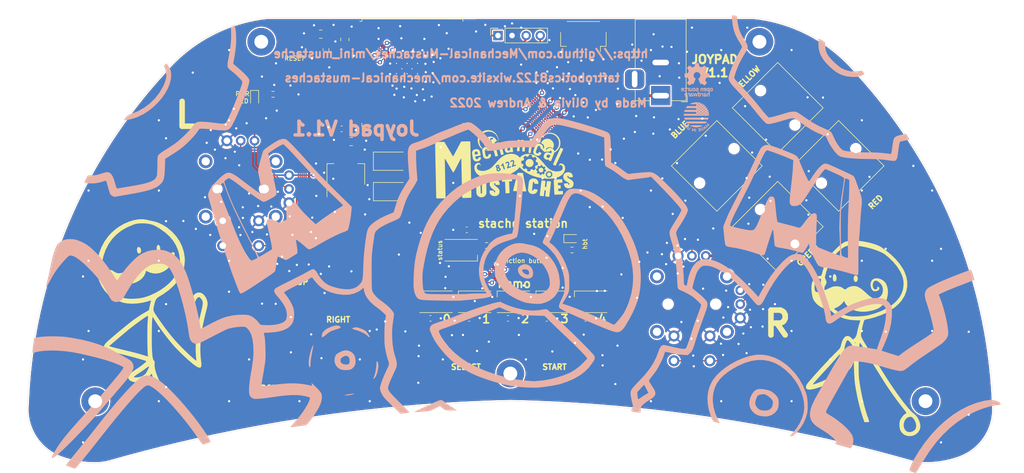
<source format=kicad_pcb>
(kicad_pcb (version 20211014) (generator pcbnew)
  (title_block (date "2021-06-25") (rev "1.0P") (company "EVEZOR"))
  (layers (0 "F.Cu" signal) (31 "B.Cu" signal) (34 "B.Paste" user) (35 "F.Paste" user) (36 "B.SilkS" user "B.Silkscreen") (37 "F.SilkS" user "F.Silkscreen") (38 "B.Mask" user) (39 "F.Mask" user) (44 "Edge.Cuts" user))
  (net 0 "")
  (net 1 "Net-(D1-Pad1)")
  (net 2 "+5V")
  (net 3 "/LCD_SCL")
  (net 4 "GND")
  (net 5 "/LCD_SDA")
  (net 6 "/TXDO")
  (net 7 "+3V3")
  (net 8 "Net-(D3-Pad1)")
  (net 9 "/RESET")
  (net 10 "/NEO_STATUS")
  (net 11 "/RXD0")
  (net 12 "/BOOT")
  (net 13 "/FUNCTION_BUTTON")
  (net 14 "/HBT_LED")
  (net 16 "VBUS")
  (net 17 "/NEO_BAR")
  (net 21 "Net-(D4-Pad1)")
  (net 22 "Net-(D5-Pad1)")
  (net 24 "Net-(D10-Pad3)")
  (net 25 "Net-(D10-Pad1)")
  (net 31 "Net-(D8-Pad1)")
  (net 32 "/UP")
  (net 33 "/DOWN")
  (net 34 "/LEFT")
  (net 35 "/RIGHT")
  (net 36 "/RED")
  (net 37 "/BLUE")
  (net 38 "/GREEN")
  (net 39 "/YELLOW")
  (net 40 "/START")
  (net 41 "/SELECT")
  (net 42 "/JOY_Y_2")
  (net 43 "/JOY_Y_1")
  (net 44 "/JOY_X_1")
  (net 45 "/JOY_X_2")
  (net 46 "/JOY_SW_2")
  (net 47 "/JOY_SW_1")
  (footprint "Resistor_SMD:R_0603_1608Metric" (layer "F.Cu") (at 101.7 71.45 90)
    (fp_text reference "R6" hide)
    (fp_text value "10k" hide)
  )
  (footprint "Symbol:mustache man 2" (layer "F.Cu") (at 208.58 121.82)
    (fp_text reference "G***" hide)
    (fp_text value "LOGO" hide)
  )
  (footprint "Button_Switch_SMD:SWITCH_2x3_SMD_TACTILE_GREEN" (layer "F.Cu") (at 137.38 106.85)
    (fp_text reference "SW1" hide)
    (fp_text value "SW_Push" hide)
  )
  (footprint "Capacitor_SMD:C_0603_1608Metric" (layer "F.Cu") (at 127.126 104.012)
    (fp_text reference "C9" hide)
    (fp_text value ".1uF" hide)
  )
  (footprint "Symbol:mustache_logo_25mm" (layer "F.Cu") (at 133.92 92.15)
    (fp_text reference "G***" hide)
    (fp_text value "LOGO" hide)
  )
  (footprint "Diode_SMD:D_SMA" (layer "F.Cu") (at 113.65 91.6)
    (fp_text reference "D2" hide)
    (fp_text value "SX35_SCHOTTKY" hide)
  )
  (footprint "Button_Switch_SMD:SWITCH_2x3_SMD_TACTILE_GREEN" (layer "F.Cu") (at 126.98 125.91)
    (fp_text reference "SW12" hide)
    (fp_text value "SW_Push" hide)
  )
  (footprint "Resistor_SMD:R_0603_1608Metric" (layer "F.Cu") (at 130.72 106.84 180)
    (fp_text reference "R3" hide)
    (fp_text value "10k" hide)
  )
  (footprint "Button_Switch_SMD:SWITCH_2x3_SMD_TACTILE_GREEN" (layer "F.Cu") (at 95.304652 117.446558 -90)
    (fp_text reference "SW3" hide)
    (fp_text value "SW_Push" hide)
  )
  (footprint "Button_Switch_SMD:SWITCH_2x3_SMD_TACTILE_GREEN" (layer "F.Cu") (at 95.304652 128.446558 90)
    (fp_text reference "SW4" hide)
    (fp_text value "SW_Push" hide)
  )
  (footprint "Button_Switch_SMD:SWITCH_2x3_SMD_TACTILE_GREEN" (layer "F.Cu") (at 96.2 75.95 180)
    (fp_text reference "SW2" hide)
    (fp_text value "SW_Push" hide)
  )
  (footprint "Capacitor_SMD:C_0805_2012Metric" (layer "F.Cu") (at 106.25 88.05)
    (fp_text reference "C13" hide)
    (fp_text value "22uF" hide)
  )
  (footprint "LED_SMD:LED_SK6812MINI_PLCC4_3.5x3.5mm_P1.75mm" (layer "F.Cu") (at 142.57 117.02 180)
    (fp_text reference "D10" hide)
    (fp_text value "SK6812MINI" hide)
  )
  (footprint "Diode_SMD:D_SMA" (layer "F.Cu") (at 113.65 97.1)
    (fp_text reference "D1" hide)
    (fp_text value "SX35_SCHOTTKY" hide)
  )
  (footprint "MountingHole:MountingHole_2.5mm_Pad" (layer "F.Cu") (at 135 130)
    (fp_text reference "H5")
    (fp_text value "MountingHole" hide)
  )
  (footprint "Potentiometer_THT:JOYSTICK" (layer "F.Cu") (at 86.289652 96.624058)
    (fp_text reference "U4" hide)
    (fp_text value "JOYSTICK" hide)
  )
  (footprint "RF_Module:ESP32-WROOM-32U_evezor" (layer "F.Cu") (at 117.3 75.605)
    (fp_text reference "U3" hide)
    (fp_text value "ESP32-WROOM-32U" hide)
  )
  (footprint "Resistor_SMD:R_0603_1608Metric" (layer "F.Cu") (at 146.14 107.66 180)
    (fp_text reference "R5" hide)
    (fp_text value "10k" hide)
  )
  (footprint "LED_SMD:LED_0603_1608Metric" (layer "F.Cu") (at 146.15 105.6)
    (fp_text reference "D3" hide)
    (fp_text value "LED" hide)
  )
  (footprint "Resistor_SMD:R_0603_1608Metric" (layer "F.Cu") (at 92.125 79.5 180)
    (fp_text reference "R7" hide)
    (fp_text value "82k" hide)
  )
  (footprint "Button_Switch_SMD:12mm_pushbutton" (layer "F.Cu") (at 183.304652 103.446558 45)
    (fp_text reference "SW10" hide)
    (fp_text value "SW_Push" hide)
  )
  (footprint "Package_TO_SOT_SMD:SOT-223-3_TabPin2" (layer "F.Cu") (at 105.28 93.95 90)
    (fp_text reference "U2" hide)
    (fp_text value "AMS1117-3.3" hide)
  )
  (footprint "Button_Switch_SMD:12mm_pushbutton" (layer "F.Cu") (at 183.304652 81.946558 45)
    (fp_text reference "SW8" hide)
    (fp_text value "SW_Push" hide)
  )
  (footprint "Capacitor_SMD:C_0805_2012Metric" (layer "F.Cu") (at 100.75 68.63 180)
    (fp_text reference "C7" hide)
    (fp_text value "22uF" hide)
  )
  (footprint "Button_Switch_SMD:12mm_pushbutton" (layer "F.Cu") (at 194.304652 92.446558 135)
    (fp_text reference "SW9" hide)
    (fp_text value "SW_Push" hide)
  )
  (footprint "MountingHole:MountingHole_2.5mm_Pad" (layer "F.Cu") (at 180 70)
    (fp_text reference "H4" hide)
    (fp_text value "MountingHole" hide)
  )
  (footprint "Button_Switch_SMD:12mm_pushbutton" (layer "F.Cu") (at 172.304652 92.446558 135)
    (fp_text reference "SW7" hide)
    (fp_text value "SW_Push" hide)
  )
  (footprint "Connector_PinSocket_2.54mm:PinSocket_1x04_P2.54mm_Vertical" (layer "F.Cu") (at 132.77 68.87 90)
    (fp_text reference "J1" hide)
    (fp_text value "Conn_01x04" hide)
  )
  (footprint "LED_SMD:LED_0603_1608Metric" (layer "F.Cu") (at 88.8 80.2875 -90)
    (fp_text reference "D8" hide)
    (fp_text value "LED" hide)
  )
  (footprint "MountingHole:MountingHole_2.5mm_Pad" (layer "F.Cu") (at 60 135)
    (fp_text reference "H3" hide)
    (fp_text value "MountingHole" hide)
  )
  (footprint "Symbol:mustache man" (layer "F.Cu") (at 115.63 113.54)
    (fp_text reference "G***" hide)
    (fp_text value "LOGO" hide)
  )
  (footprint "Capacitor_SMD:C_0603_1608Metric" (layer "F.Cu") (at 127.57 120.02 180)
    (fp_text reference "C17" hide)
    (fp_text value ".1uF" hide)
  )
  (footprint "Button_Switch_SMD:SWITCH_2x3_SMD_TACTILE_GREEN" (layer "F.Cu") (at 101.304652 122.946558 180)
    (fp_text reference "SW5" hide)
    (fp_text value "SW_Push" hide)
  )
  (footprint "LED_SMD:LED_SK6812MINI_PLCC4_3.5x3.5mm_P1.75mm" (layer "F.Cu") (at 121.57 117.02 180)
    (fp_text reference "D4" hide)
    (fp_text value "SK6812MINI" hide)
  )
  (footprint "Capacitor_SMD:C_0603_1608Metric" (layer "F.Cu") (at 141.57 120.02 180)
    (fp_text reference "C8" hide)
    (fp_text value ".1uF" hide)
  )
  (footprint "Capacitor_SMD:C_0603_1608Metric" (layer "F.Cu") (at 134.57 120.02 180)
    (fp_text reference "C16" hide)
    (fp_text value ".1uF" hide)
  )
  (footprint "MountingHole:MountingHole_2.5mm_Pad" (layer "F.Cu") (at 210 135)
    (fp_text reference "H1" hide)
    (fp_text value "MountingHole" hide)
  )
  (footprint "Button_Switch_SMD:SWITCH_2x3_SMD_TACTILE_GREEN" (layer "F.Cu") (at 89.304652 122.946558)
    (fp_text reference "SW6" hide)
    (fp_text value "SW_Push" hide)
  )
  (footprint "LED_SMD:LED_SK6812MINI_PLCC4_3.5x3.5mm_P1.75mm" (layer "F.Cu") (at 135.57 117.02 180)
    (fp_text reference "D9" hide)
    (fp_text value "SK6812MINI" hide)
  )
  (footprint "LED_SMD:LED_SK6812MINI_PLCC4_3.5x3.5mm_P1.75mm" (layer "F.Cu") (at 149.515 117.02 180)
    (fp_text reference "D11" hide)
    (fp_text value "SK6812MINI" hide)
  )
  (footprint "Connector_BarrelJack:BarrelJack_Horizontal" (layer "F.Cu") (at 162.1575 79.75 -90)
    (fp_text reference "J3" hide)
    (fp_text value "Barrel_Jack" hide)
  )
  (footprint "Capacitor_SMD:C_0603_1608Metric" (layer "F.Cu") (at 104.525 85.75 180)
    (fp_text reference "C10" hide)
    (fp_text value ".1uF" hide)
  )
  (footprint "MountingHole:MountingHole_2.5mm_Pad" (layer "F.Cu") (at 90 70)
    (fp_text reference "H2" hide)
    (fp_text value "MountingHole" hide)
  )
  (footprint "Capacitor_SMD:C_0805_2012Metric" (layer "F.Cu") (at 105.1 69.58 -90)
    (fp_text reference "C11" hide)
    (fp_text value "22uF" hide)
  )
  (footprint "Capacitor_SMD:C_0603_1608Metric" (layer "F.Cu") (at 120.57 120.02 180)
    (fp_text reference "C18" hide)
    (fp_text value ".1uF" hide)
  )
  (footprint "Button_Switch_SMD:SWITCH_2x3_SMD_TACTILE_GREEN" (layer "F.Cu") (at 142.98 125.91)
    (fp_text reference "SW11" hide)
    (fp_text value "SW_Push" hide)
  )
  (footprint "LED_SMD:LED_SK6812MINI_PLCC4_3.5x3.5mm_P1.75mm" (layer "F.Cu") (at 128.57 117.02 180)
    (fp_text reference "D5" hide)
    (fp_text value "SK6812MINI" hide)
  )
  (footprint "LED_SMD:LED_SK6812MINI_PLCC4_3.5x3.5mm_P1.75mm" (layer "F.Cu") (at 126.11 107.7)
    (fp_text reference "D6" hide)
    (fp_text value "SK6812MINI" hide)
  )
  (footprint "Capacitor_SMD:C_0603_1608Metric" (layer "F.Cu") (at 148.57 120.02 180)
    (fp_text reference "C12" hide)
    (fp_text value ".1uF" hide)
  )
  (footprint "Connector_JST:JST_SH_SM06B-SRSS-TB_1x06-1MP_P1.00mm_Horizontal" (layer "F.Cu") (at 148.2 69.03 180)
    (fp_text reference "J2" hide)
    (fp_text value "ftdi_conn" hide)
  )
  (footprint "Potentiometer_THT:JOYSTICK" (layer "F.Cu") (at 167.804652 117.446558)
    (fp_text reference "U6" hide)
    (fp_text value "JOYSTICK" hide)
  )
  (footprint "Symbol:OSHW-Logo_5.7x6mm_SilkScreen" (layer "B.Cu") (at 168.72 76.88 180)
    (fp_text reference "REF**" hide)
    (fp_text value "OSHW-Logo_5.7x6mm_SilkScreen" hide)
  )
  (footprint "Evezor_extras:MADE IN USA_RD" (layer "B.Cu") (at 168.56 83.59 180)
    (fp_text reference "G***" hide)
    (fp_text value "LOGO" hide)
  )
  (footprint "clipboard:05d6695d-834d-4c2c-87ce-5d7e479e85e7" (layer "B.Cu") (at 175 65.25 180)
    (fp_text reference "")
    (fp_text value "")
  )
  (gr_arc (start 53.92296 145.20979) (mid 49.19535 141.446558) (end 47.79115 135.569448) (layer "Edge.Cuts") (width 0.05))
  (gr_arc (start 209.945637 146.249582) (mid 208.587852 146.151009) (end 207.256037 145.868935) (layer "Edge.Cuts") (width 0.05))
  (gr_arc (start 222.208852 135.569448) (mid 220.804651 141.446558) (end 216.077042 145.20979) (layer "Edge.Cuts") (width 0.05))
  (gr_arc (start 47.79115 135.569448) (mid 54.74904 103.456978) (end 72.354317 75.713921) (layer "Edge.Cuts") (width 0.05))
  (gr_arc (start 179.064851 65.672604) (mid 189.331861 68.886138) (end 197.645685 75.713921) (layer "Edge.Cuts") (width 0.05))
  (gr_arc (start 60.054365 146.249582) (mid 56.943753 145.994509) (end 53.92296 145.20979) (layer "Edge.Cuts") (width 0.05))
  (gr_arc (start 216.077042 145.20979) (mid 213.056249 145.994509) (end 209.945637 146.249582) (layer "Edge.Cuts") (width 0.05))
  (gr_arc (start 62.743964 145.868935) (mid 98.525034 138.125096) (end 135.000001 134.99) (layer "Edge.Cuts") (width 0.05))
  (gr_arc (start 72.354317 75.713921) (mid 80.668141 68.886138) (end 90.935151 65.672604) (layer "Edge.Cuts") (width 0.05))
  (gr_arc (start 62.743965 145.868935) (mid 61.41215 146.151009) (end 60.054365 146.249582) (layer "Edge.Cuts") (width 0.05))
  (gr_arc (start 197.645685 75.713921) (mid 215.250962 103.456978) (end 222.208852 135.569448) (layer "Edge.Cuts") (width 0.05))
  (gr_arc (start 135 134.99) (mid 171.474967 138.125096) (end 207.256037 145.868935) (layer "Edge.Cuts") (width 0.05))
  (gr_line (start 179.064851 65.672604) (end 90.935151 65.672604) (layer "Edge.Cuts") (width 0.05))
  (gr_text "https://github.com/Mechanical-Mustaches/mini_mustache" (at 126.06 72.16) (layer "B.SilkS") (effects (font (size 1.5 1.5) (thickness 0.35)) (justify mirror)))
  (gr_text "taftrobotics8122.wixsite.com/mechanical-mustaches" (at 124.49 76.53) (layer "B.SilkS") (effects (font (size 1.5 1.5) (thickness 0.35)) (justify mirror)))
  (gr_text "Joypad V1.1" (at 107.06 85.72) (layer "B.SilkS") (effects (font (size 2.5 2.5) (thickness 0.625)) (justify mirror)))
  (gr_text "Made by Olivia & Andrew 2022" (at 141.83 81.06) (layer "B.SilkS") (effects (font (size 1.5 1.5) (thickness 0.35)) (justify mirror)))
  (gr_text "JOYPAD\nV1.1\n" (at 171.92 74.4) (layer "F.SilkS") (effects (font (size 1.5 1.5) (thickness 0.375))))
  (gr_text "BLUE\n" (at 165.654652 85.896558 45) (layer "F.SilkS") (effects (font (size 1 1) (thickness 0.25))))
  (gr_text "RESET" (at 96 73) (layer "F.SilkS") (effects (font (size 0.8 0.8))))
  (gr_text "LEFT" (at 86.254652 120.196558) (layer "F.SilkS") (effects (font (size 1 1) (thickness 0.25))))
  (gr_text "R" (at 183.254652 120.996558) (layer "F.SilkS") (effects (font (size 4.5 4.5) (thickness 1))))
  (gr_text "2" (at 137.69 120.113442) (layer "F.SilkS") (effects (font (size 1.5 1.5) (thickness 0.3))))
  (gr_text "1" (at 130.64 120.153442) (layer "F.SilkS") (effects (font (size 1.5 1.5) (thickness 0.3))))
  (gr_text "0" (at 123.51 120.153442) (layer "F.SilkS") (effects (font (size 1.5 1.5) (thickness 0.3))))
  (gr_text "DOWN\n" (at 92.054652 132.646558) (layer "F.SilkS") (effects (font (size 1 1) (thickness 0.25))))
  (gr_text "hbt" (at 148.48 106.6 90) (layer "F.SilkS") (effects (font (size 0.8 0.8))))
  (gr_text "4" (at 151.59 120.153442) (layer "F.SilkS") (effects (font (size 1.5 1.5) (thickness 0.3))))
  (gr_text "PWR\nLED" (at 86.61 80.08) (layer "F.SilkS") (effects (font (size 0.8 0.8))))
  (gr_text "SELECT\n" (at 126.98 128.81) (layer "F.SilkS") (effects (font (size 1 1) (thickness 0.25))))
  (gr_text "3" (at 144.78 120.113442) (layer "F.SilkS") (effects (font (size 1.5 1.5) (thickness 0.3))))
  (gr_text "nemo" (at 135.7 113.743442) (layer "F.SilkS") (effects (font (size 1.5 1.5) (thickness 0.3))))
  (gr_text "UP\n" (at 97.454652 113.446558) (layer "F.SilkS") (effects (font (size 1 1) (thickness 0.25))))
  (gr_text "RIGHT" (at 103.904652 120.246558) (layer "F.SilkS") (effects (font (size 1 1) (thickness 0.25))))
  (gr_text "YELLOW" (at 177.904652 76.596558 45) (layer "F.SilkS") (effects (font (size 1 1) (thickness 0.25))))
  (gr_text "stache station" (at 137.31 102.85) (layer "F.SilkS") (effects (font (size 1.5 1.5) (thickness 0.3))))
  (gr_text "status" (at 122.27 107.72 90) (layer "F.SilkS") (effects (font (size 0.8 0.8))))
  (gr_text "function button" (at 137.45 109.6) (layer "F.SilkS") (effects (font (size 0.8 0.8))))
  (gr_text "START" (at 142.98 128.81) (layer "F.SilkS") (effects (font (size 1 1) (thickness 0.25))))
  (gr_text "RED" (at 201.004652 98.996558 45) (layer "F.SilkS") (effects (font (size 1 1) (thickness 0.25))))
  (gr_text "L" (at 76.454652 83.246558) (layer "F.SilkS") (effects (font (size 4.5 4.5) (thickness 1))))
  (gr_text "GREEN" (at 188.754652 108.596558 45) (layer "F.SilkS") (effects (font (size 1 1) (thickness 0.25))))
  (segment (start 111.65 97.1) (end 111.65 91.6) (width 0.3) (layer "F.Cu") (net 1))
  (segment (start 107.58 97.1) (end 111.65 97.1) (width 0.3) (layer "F.Cu") (net 1))
  (segment (start 146.7 76.26) (end 146.7 71.03) (width 0.5) (layer "F.Cu") (net 2))
  (segment (start 137.24 85.71) (end 137.24 85.72) (width 0.5) (layer "F.Cu") (net 2))
  (segment (start 137.24 85.72) (end 131.36 91.6) (width 0.5) (layer "F.Cu") (net 2))
  (segment (start 142.24 80.72) (end 146.7 76.26) (width 0.5) (layer "F.Cu") (net 2))
  (segment (start 131.36 91.6) (end 115.65 91.6) (width 0.5) (layer "F.Cu") (net 2))
  (via (at 137.24 85.71) (size 0.8) (drill 0.4) (layers "F.Cu" "B.Cu") (net 2))
  (via (at 142.24 80.72) (size 0.8) (drill 0.4) (layers "F.Cu" "B.Cu") (net 2))
  (segment (start 137.24 85.71) (end 142.23 80.72) (width 0.5) (layer "B.Cu") (net 2))
  (segment (start 142.23 80.72) (end 142.24 80.72) (width 0.5) (layer "B.Cu") (net 2))
  (segment (start 137.85 69.62) (end 137.06 70.41) (width 0.3) (layer "F.Cu") (net 3))
  (segment (start 126.579022 68.62) (end 125.8 68.62) (width 0.3) (layer "F.Cu") (net 3))
  (segment (start 137.06 70.41) (end 128.369022 70.41) (width 0.3) (layer "F.Cu") (net 3))
  (segment (start 128.369022 70.41) (end 126.579022 68.62) (width 0.3) (layer "F.Cu") (net 3))
  (segment (start 137.85 68.87) (end 137.85 69.62) (width 0.3) (layer "F.Cu") (net 3))
  (via (at 72.804652 87.446558) (size 0.8) (drill 0.4) (layers "F.Cu" "B.Cu") (net 4))
  (via (at 145.72 116.12) (size 0.8) (drill 0.4) (layers "F.Cu" "B.Cu") (net 4))
  (via (at 109.6 122.3) (size 0.8) (drill 0.4) (layers "F.Cu" "B.Cu") (net 4))
  (via (at 165.24 111.9) (size 0.8) (drill 0.4) (layers "F.Cu" "B.Cu") (net 4))
  (via (at 174.34 117.98) (size 0.8) (drill 0.4) (layers "F.Cu" "B.Cu") (net 4))
  (via (at 147.26 90.21) (size 0.8) (drill 0.4) (layers "F.Cu" "B.Cu") (net 4))
  (via (at 153.97 131.9) (size 0.8) (drill 0.4) (layers "F.Cu" "B.Cu") (net 4))
  (via (at 98.96 104.4) (size 0.8) (drill 0.4) (layers "F.Cu" "B.Cu") (net 4))
  (via (at 137.95 102.87) (size 0.8) (drill 0.4) (layers "F.Cu" "B.Cu") (net 4))
  (via (at 98.58 110.28) (size 0.8) (drill 0.4) (layers "F.Cu" "B.Cu") (net 4))
  (via (at 137.804652 127.446558) (size 0.8) (drill 0.4) (layers "F.Cu" "B.Cu") (net 4))
  (via (at 168.14 128.69) (size 0.8) (drill 0.4) (layers "F.Cu" "B.Cu") (net 4))
  (via (at 157.73 83.43) (size 0.8) (drill 0.4) (layers "F.Cu" "B.Cu") (net 4))
  (via (at 140.81 94.7) (size 0.8) (drill 0.4) (layers "F.Cu" "B.Cu") (net 4))
  (via (at 114.45 78.47) (size 0.8) (drill 0.4) (layers "F.Cu" "B.Cu") (net 4))
  (via (at 91.82 99.79) (size 0.8) (drill 0.4) (layers "F.Cu" "B.Cu") (net 4))
  (via (at 58.8 96.9) (size 0.8) (drill 0.4) (layers "F.Cu" "B.Cu") (net 4))
  (via (at 113.28 75.84) (size 0.8) (drill 0.4) (layers "F.Cu" "B.Cu") (net 4))
  (via (at 139.3 104.74) (size 0.8) (drill 0.4) (layers "F.Cu" "B.Cu") (net 4))
  (via (at 120.78 79.91) (size 0.8) (drill 0.4) (layers "F.Cu" "B.Cu") (net 4))
  (via (at 150.64 115.073442) (size 0.8) (drill 0.4) (layers "F.Cu" "B.Cu") (net 4))
  (via (at 157.9 116.3) (size 0.8) (drill 0.4) (layers "F.Cu" "B.Cu") (net 4))
  (via (at 103.02 94.77) (size 0.8) (drill 0.4) (layers "F.Cu" "B.Cu") (net 4))
  (via (at 177.804652 67.446558) (size 0.8) (drill 0.4) (layers "F.Cu" "B.Cu") (net 4))
  (via (at 99.95 97.87) (size 0.8) (drill 0.4) (layers "F.Cu" "B.Cu") (net 4))
  (via (at 166.55 105.67) (size 0.8) (drill 0.4) (layers "F.Cu" "B.Cu") (net 4))
  (via (at 185.8 109.6) (size 0.8) (drill 0.4) (layers "F.Cu" "B.Cu") (net 4))
  (via (at 113.71 77.93) (size 0.8) (drill 0.4) (layers "F.Cu" "B.Cu") (net 4))
  (via (at 185.8 71.5) (size 0.8) (drill 0.4) (layers "F.Cu" "B.Cu") (net 4))
  (via (at 101.36 93.68) (size 0.8) (drill 0.4) (layers "F.Cu" "B.Cu") (net 4))
  (via (at 92.35 77.8) (size 0.8) (drill 0.4) (layers "F.Cu" "B.Cu") (net 4))
  (via (at 147.81 73.41) (size 0.8) (drill 0.4) (layers "F.Cu" "B.Cu") (net 4))
  (via (at 141.54 109.06) (size 0.8) (drill 0.4) (layers "F.Cu" "B.Cu") (net 4))
  (via (at 164.33 101.13) (size 0.8) (drill 0.4) (layers "F.Cu" "B.Cu") (net 4))
  (via (at 92.67 73.9) (size 0.8) (drill 0.4) (layers "F.Cu" "B.Cu") (net 4))
  (via (at 160.88 68.64) (size 0.8) (drill 0.4) (layers "F.Cu" "B.Cu") (net 4))
  (via (at 97.35 70.99) (size 0.8) (drill 0.4) (layers "F.Cu" "B.Cu") (net 4))
  (via (at 173.99 115) (size 0.8) (drill 0.4) (layers "F.Cu" "B.Cu") (net 4))
  (via (at 99.024652 122.916558) (size 0.8) (drill 0.4) (layers "F.Cu" "B.Cu") (net 4))
  (via (at 124.69 95.52) (size 0.8) (drill 0.4) (layers "F.Cu" "B.Cu") (net 4))
  (via (at 77.63 75.58) (size 0.8) (drill 0.4) (layers "F.Cu" "B.Cu") (net 4))
  (via (at 118.49 124.96) (size 0.8) (drill 0.4) (layers "F.Cu" "B.Cu") (net 4))
  (via (at 151.83 73.18) (size 0.8) (drill 0.4) (layers "F.Cu" "B.Cu") (net 4))
  (via (at 92.89 110.17) (size 0.8) (drill 0.4) (layers "F.Cu" "B.Cu") (net 4))
  (via (at 211.2 109.6) (size 0.8) (drill 0.4) (layers "F.Cu" "B.Cu") (net 4))
  (via (at 217.804652 122.446558) (size 0.8) (drill 0.4) (layers "F.Cu" "B.Cu") (net 4))
  (via (at 138.71 116.15) (size 0.8) (drill 0.4) (layers "F.Cu" "B.Cu") (net 4))
  (via (at 110.86 122.04) (size 0.8) (drill 0.4) (layers "F.Cu" "B.Cu") (net 4))
  (via (at 115.09 67.18) (size 0.8) (drill 0.4) (layers "F.Cu" "B.Cu") (net 4))
  (via (at 144.18 71.84) (size 0.8) (drill 0.4) (layers "F.Cu" "B.Cu") (net 4))
  (via (at 137.39 114.08) (size 0.8) (drill 0.4) (layers "F.Cu" "B.Cu") (net 4))
  (via (at 117.36 71.72) (size 0.8) (drill 0.4) (layers "F.Cu" "B.Cu") (net 4))
  (via (at 151.67 128.53) (size 0.8) (drill 0.4) (layers "F.Cu" "B.Cu") (net 4))
  (via (at 151.69 99.8) (size 0.8) (drill 0.4) (layers "F.Cu" "B.Cu") (net 4))
  (via (at 84.2 84.2) (size 0.8) (drill 0.4) (layers "F.Cu" "B.Cu") (net 4))
  (via (at 99.9 92.01) (size 0.8) (drill 0.4) (layers "F.Cu" "B.Cu") (net 4))
  (via (at 120.97 75.68) (size 0.8) (drill 0.4) (layers "F.Cu" "B.Cu") (net 4))
  (via (at 198.5 84.2) (size 0.8) (drill 0.4) (layers "F.Cu" "B.Cu") (net 4))
  (via (at 155.06 112.07) (size 0.8) (drill 0.4) (layers "F.Cu" "B.Cu") (net 4))
  (via (at 92.804652 82.446558) (size 0.8) (drill 0.4) (layers "F.Cu" "B.Cu") (net 4))
  (via (at 144.45 110.9) (size 0.8) (drill 0.4) (layers "F.Cu" "B.Cu") (net 4))
  (via (at 202.804652 122.446558) (size 0.8) (drill 0.4) (layers "F.Cu" "B.Cu") (net 4))
  (via (at 145.59 75.73) (size 0.8) (drill 0.4) (layers "F.Cu" "B.Cu") (net 4))
  (via (at 86.68 101.85) (size 0.8) (drill 0.4) (layers "F.Cu" "B.Cu") (net 4))
  (via (at 95.27 77.91) (size 0.8) (drill 0.4) (layers "F.Cu" "B.Cu") (net 4))
  (via (at 109.53 98.47) (size 0.8) (drill 0.4) (layers "F.Cu" "B.Cu") (net 4))
  (via (at 120.91 72.38) (size 0.8) (drill 0.4) (layers "F.Cu" "B.Cu") (net 4))
  (via (at 57.804652 112.446558) (size 0.8) (drill 0.4) (layers "F.Cu" "B.Cu") (net 4))
  (via (at 91.03 104.84) (size 0.8) (drill 0.4) (layers "F.Cu" "B.Cu") (net 4))
  (via (at 89.44 99.7) (size 0.8) (drill 0.4) (layers "F.Cu" "B.Cu") (net 4))
  (via (at 160.4 135) (size 0.8) (drill 0.4) (layers "F.Cu" "B.Cu") (net 4))
  (via (at 143.97 80.17) (size 0.8) (drill 0.4) (layers "F.Cu" "B.Cu") (net 4))
  (via (at 126.44 123.02) (size 0.8) (drill 0.4) (layers "F.Cu" "B.Cu") (net 4))
  (via (at 141.68 75.38) (size 0.8) (drill 0.4) (layers "F.Cu" "B.Cu") (net 4))
  (via (at 145.77 78.55) (size 0.8) (drill 0.4) (layers "F.Cu" "B.Cu") (net 4))
  (via (at 157.5 86.32) (size 0.8) (drill 0.4) (layers "F.Cu" "B.Cu") (net 4))
  (via (at 165.19 106.85) (size 0.8) (drill 0.4) (layers "F.Cu" "B.Cu") (net 4))
  (via (at 217.804652 137.446558) (size 0.8) (drill 0.4) (layers "F.Cu" "B.Cu") (net 4))
  (via (at 95.07 111.46) (size 0.8) (drill 0.4) (layers "F.Cu" "B.Cu") (net 4))
  (via (at 95.354652 126.166558) (size 0.8) (drill 0.4) (layers "F.Cu" "B.Cu") (net 4))
  (via (at 168.88 105.81) (size 0.8) (drill 0.4) (layers "F.Cu" "B.Cu") (net 4))
  (via (at 165.46 73.89) (size 0.8) (drill 0.4) (layers "F.Cu" "B.Cu") (net 4))
  (via (at 101.43 115.43) (size 0.8) (drill 0.4) (layers "F.Cu" "B.Cu") (net 4))
  (via (at 123.3 112.51) (size 0.8) (drill 0.4) (layers "F.Cu" "B.Cu") (net 4))
  (via (at 150.48 120.03) (size 0.8) (drill 0.4) (layers "F.Cu" "B.Cu") (net 4))
  (via (at 95.15 101.58) (size 0.8) (drill 0.4) (layers "F.Cu" "B.Cu") (net 4))
  (via (at 84.2 71.5) (size 0.8) (drill 0.4) (layers "F.Cu" "B.Cu") (net 4))
  (via (at 154.44 78.48) (size 0.8) (drill 0.4) (layers "F.Cu" "B.Cu") (net 4))
  (via (at 119.47 69.48) (size 0.8) (drill 0.4) (layers "F.Cu" "B.Cu") (net 4))
  (via (at 154.29 81.29) (size 0.8) (drill 0.4) (layers "F.Cu" "B.Cu") (net 4))
  (via (at 173.1 135) (size 0.8) (drill 0.4) (layers "F.Cu" "B.Cu") (net 4))
  (via (at 160.95 83.66) (size 0.8) (drill 0.4) (layers "F.Cu" "B.Cu") (net 4))
  (via (at 149.8 73.32) (size 0.8) (drill 0.4) (layers "F.Cu" "B.Cu") (net 4))
  (via (at 93.75 108.86) (size 0.8) (drill 0.4) (layers "F.Cu" "B.Cu") (net 4))
  (via (at 111.19 67.54) (size 0.8) (drill 0.4) (layers "F.Cu" "B.Cu") (net 4))
  (via (at 158.7 73.42) (size 0.8) (drill 0.4) (layers "F.Cu" "B.Cu") (net 4))
  (via (at 144.45 76.82) (size 0.8) (drill 0.4) (layers "F.Cu" "B.Cu") (net 4))
  (via (at 134.02 67.19) (size 0.8) (drill 0.4) (layers "F.Cu" "B.Cu") (net 4))
  (via (at 99.22 101.8) (size 0.8) (drill 0.4) (layers "F.Cu" "B.Cu") (net 4))
  (via (at 148.99 83.69) (size 0.8) (drill 0.4) (layers "F.Cu" "B.Cu") (net 4))
  (via (at 141.75 77.49) (size 0.8) (drill 0.4) (layers "F.Cu" "B.Cu") (net 4))
  (via (at 173.48 119.87) (size 0.8) (drill 0.4) (layers "F.Cu" "B.Cu") (net 4))
  (via (at 160.4 96.9) (size 0.8) (drill 0.4) (layers "F.Cu" "B.Cu") (net 4))
  (via (at 106.33 67.26) (size 0.8) (drill 0.4) (layers "F.Cu" "B.Cu") (net 4))
  (via (at 182.804652 117.446558) (size 0.8) (drill 0.4) (layers "F.Cu" "B.Cu") (net 4))
  (via (at 103.3 100.75) (size 0.8) (drill 0.4) (layers "F.Cu" "B.Cu") (net 4))
  (via (at 123.24 114.56) (size 0.8) (drill 0.4) (layers "F.Cu" "B.Cu") (net 4))
  (via (at 155.3 101.85) (size 0.8) (drill 0.4) (layers "F.Cu" "B.Cu") (net 4))
  (via (at 85.22 89.88) (size 0.8) (drill 0.4) (layers "F.Cu" "B.Cu") (net 4))
  (via (at 177.67 126.31) (size 0.8) (drill 0.4) (layers "F.Cu" "B.Cu") (net 4))
  (via (at 139.71 77.44) (size 0.8) (drill 0.4) (layers "F.Cu" "B.Cu") (net 4))
  (via (at 103.13 87.74) (size 0.8) (drill 0.4) (layers "F.Cu" "B.Cu") (net 4))
  (via (at 118.1 79.63) (size 0.8) (drill 0.4) (layers "F.Cu" "B.Cu") (net 4))
  (via (at 116.754652 102.706558) (size 0.8) (drill 0.4) (layers "F.Cu" "B.Cu") (net 4))
  (via (at 87.36 84.73) (size 0.8) (drill 0.4) (layers "F.Cu" "B.Cu") (net 4))
  (via (at 86.02 92.34) (size 0.8) (drill 0.4) (layers "F.Cu" "B.Cu") (net 4))
  (via (at 58.8 109.6) (size 0.8) (drill 0.4) (layers "F.Cu" "B.Cu") (net 4))
  (via (at 107.08 85.98) (size 0.8) (drill 0.4) (layers "F.Cu" "B.Cu") (net 4))
  (via (at 123.84 71.26) (size 0.8) (drill 0.4) (layers "F.Cu" "B.Cu") (net 4))
  (via (at 122.804652 127.446558) (size 0.8) (drill 0.4) (layers "F.Cu" "B.Cu") (net 4))
  (via (at 57.804652 127.446558) (size 0.8) (drill 0.4) (layers "F.Cu" "B.Cu") (net 4))
  (via (at 170.294652 86.986558) (size 0.8) (drill 0.4) (layers "F.Cu" "B.Cu") (net 4))
  (via (at 119.44 80.55) (size 0.8) (drill 0.4) (layers "F.Cu" "B.Cu") (net 4))
  (via (at 115.76 80.05) (size 0.8) (drill 0.4) (layers "F.Cu" "B.Cu") (net 4))
  (via (at 85.05 82.12) (size 0.8) (drill 0.4) (layers "F.Cu" "B.Cu") (net 4))
  (via (at 178.15 113.84) (size 0.8) (drill 0.4) (layers "F.Cu" "B.Cu") (net 4))
  (via (at 57.804652 142.446558) (size 0.8) (drill 0.4) (layers "F.Cu" "B.Cu") (net 4))
  (via (at 147.81 76.42) (size 0.8) (drill 0.4) (layers "F.Cu" "B.Cu") (net 4))
  (via (at 149.27 77.58) (size 0.8) (drill 0.4) (layers "F.Cu" "B.Cu") (net 4))
  (via (at 118.814652 104.556558) (size 0.8) (drill 0.4) (layers "F.Cu" "B.Cu") (net 4))
  (via (at 86.66 99.93) (size 0.8) (drill 0.4) (layers "F.Cu" "B.Cu") (net 4))
  (via (at 108.96 87.9) (size 0.8) (drill 0.4) (layers "F.Cu" "B.Cu") (net 4))
  (via (at 161.97 76.23) (size 0.8) (drill 0.4) (layers "F.Cu" "B.Cu") (net 4))
  (via (at 147.7 96.9) (size 0.8) (drill 0.4) (layers "F.Cu" "B.Cu") (net 4))
  (via (at 163.28 106.37) (size 0.8) (drill 0.4) (layers "F.Cu" "B.Cu") (net 4))
  (via (at 167.804652 67.446558) (size 0.8) (drill 0.4) (layers "F.Cu" "B.Cu") (net 4))
  (via (at 124.94 120.43) (size 0.8) (drill 0.4) (layers "F.Cu" "B.Cu") (net 4))
  (via (at 152.17 76.63) (size 0.8) (drill 0.4) (layers "F.Cu" "B.Cu") (net 4))
  (via (at 171.66 103.76) (size 0.8) (drill 0.4) (layers "F.Cu" "B.Cu") (net 4))
  (via (at 107.804652 127.446558) (size 0.8) (drill 0.4) (layers "F.Cu" "B.Cu") (net 4))
  (via (at 173.05 124.6) (size 0.8) (drill 0.4) (layers "F.Cu" "B.Cu") (net 4))
  (via (at 143.43 74.6) (size 0.8) (drill 0.4) (layers "F.Cu" "B.Cu") (net 4))
  (via (at 119.67 77.25) (size 0.8) (drill 0.4) (layers "F.Cu" "B.Cu") (net 4))
  (via (at 113.29 73.94) (size 0.8) (drill 0.4) (layers "F.Cu" "B.Cu") (net 4))
  (via (at 116.03 122.38) (size 0.8) (drill 0.4) (layers "F.Cu" "B.Cu") (net 4))
  (via (at 164.11 70.93) (size 0.8) (drill 0.4) (layers "F.Cu" "B.Cu") (net 4))
  (via (at 118.42 126.86) (size 0.8) (drill 0.4) (layers "F.Cu" "B.Cu") (net 4))
  (via (at 84.18 115.2) (size 0.8) (drill 0.4) (layers "F.Cu" "B.Cu") (net 4))
  (via (at 185.8 122.3) (size 0.8) (drill 0.4) (layers "F.Cu" "B.Cu") (net 4))
  (via (at 112.6 71.28) (size 0.8) (drill 0.4) (layers "F.Cu" "B.Cu") (net 4))
  (via (at 154.36 124.96) (size 0.8) (drill 0.4) (layers "F.Cu" "B.Cu") (net 4))
  (via (at 117.14 78.44) (size 0.8) (drill 0.4) (layers "F.Cu" "B.Cu") (net 4))
  (via (at 166.92 71.81) (size 0.8) (drill 0.4) (layers "F.Cu" "B.Cu") (net 4))
  (via (at 96.9 135) (size 0.8) (drill 0.4) (layers "F.Cu" "B.Cu") (net 4))
  (via (at 84.2 135) (size 0.8) (drill 0.4) (layers "F.Cu" "B.Cu") (net 4))
  (via (at 185.8 135) (size 0.8) (drill 0.4) (layers "F.Cu" "B.Cu") (net 4))
  (via (at 146.44 83.5) (size 0.8) (drill 0.4) (layers "F.Cu" "B.Cu") (net 4))
  (via (at 177.09 122.76) (size 0.8) (drill 0.4) (layers "F.Cu" "B.Cu") (net 4))
  (via (at 144.44 114.46) (size 0.8) (drill 0.4) (layers "F.Cu" "B.Cu") (net 4))
  (via (at 83.575 84.975) (size 0.8) (drill 0.4) (layers "F.Cu" "B.Cu") (net 4))
  (via (at 106.29 111.52) (size 0.8) (drill 0.4) (layers "F.Cu" "B.Cu") (net 4))
  (via (at 177.404652 81.646558) (size 0.8) (drill 0.4) (layers "F.Cu" "B.Cu") (net 4))
  (via (at 143.48 120.04) (size 0.8) (drill 0.4) (layers "F.Cu" "B.Cu") (net 4))
  (via (at 119.21 78.6) (size 0.8) (drill 0.4) (layers "F.Cu" "B.Cu") (net 4))
  (via (at 142.7 78.43) (size 0.8) (drill 0.4) (layers "F.Cu" "B.Cu") (net 4))
  (via (at 148.2 80.98) (size 0.8) (drill 0.4) (layers "F.Cu" "B.Cu") (net 4))
  (via (at 86.24 104.95) (size 0.8) (drill 0.4) (layers "F.Cu" "B.Cu") (net 4))
  (via (at 188.47 98.67) (size 0.8) (drill 0.4) (layers "F.Cu" "B.Cu") (net 4))
  (via (at 103.07 66.95) (size 0.8) (drill 0.4) (layers "F.Cu" "B.Cu") (net 4))
  (via (at 180.7 113.94) (size 0.8) (drill 0.4) (layers "F.Cu" "B.Cu") (net 4))
  (via (at 80.88 85.98) (size 0.8) (drill 0.4) (layers "F.Cu" "B.Cu") (net 4))
  (via (at 71.5 135) (size 0.8) (drill 0.4) (layers "F.Cu" "B.Cu") (net 4))
  (via (at 155.51 87.53) (size 0.8) (drill 0.4) (layers "F.Cu" "B.Cu") (net 4))
  (via (at 158.3 109.8) (size 0.8) (drill 0.4) (layers "F.Cu" "B.Cu") (net 4))
  (via (at 165.51 76.49) (size 0.8) (drill 0.4) (layers "F.Cu" "B.Cu") (net 4))
  (via (at 100.76 111.98) (size 0.8) (drill 0.4) (layers "F.Cu" "B.Cu") (net 4))
  (via (at 129.93 114.6) (size 0.8) (drill 0.4) (layers "F.Cu" "B.Cu") (net 4))
  (via (at 181.474652 109.236558) (size 0.8) (drill 0.4) (layers "F.Cu" "B.Cu") (net 4))
  (via (at 124.45 123.06) (size 0.8) (drill 0.4) (layers "F.Cu" "B.Cu") (net 4))
  (via (at 150.46 82.33) (size 0.8) (drill 0.4) (layers "F.Cu" "B.Cu") (net 4))
  (via (at 180.56 121.5) (size 0.8) (drill 0.4) (layers "F.Cu" "B.Cu") (net 4))
  (via (at 178.154652 98.196558) (size 0.8) (drill 0.4) (layers "F.Cu" "B.Cu") (net 4))
  (via (at 109.22 95.92) (size 0.8) (drill 0.4) (layers "F.Cu" "B.Cu") (net 4))
  (via (at 139.71 75.54) (size 0.8) (drill 0.4) (layers "F.Cu" "B.Cu") (net 4))
  (via (at 96.43 110.35) (size 0.8) (drill 0.4) (layers "F.Cu" "B.Cu") (net 4))
  (via (at 97.72 68.48) (size 0.8) (drill 0.4) (layers "F.Cu" "B.Cu") (net 4))
  (via (at 108.77 101.22) (size 0.8) (drill 0.4) (layers "F.Cu" "B.Cu") (net 4))
  (via (at 75.93 102.41) (size 0.8) (drill 0.4) (layers "F.Cu" "B.Cu") (net 4))
  (via (at 181.854652 94.396558) (size 0.8) (drill 0.4) (layers "F.Cu" "B.Cu") (net 4))
  (via (at 121.15 73.65) (size 0.8) (drill 0.4) (layers "F.Cu" "B.Cu") (net 4))
  (via (at 81.63 89.51) (size 0.8) (drill 0.4) (layers "F.Cu" "B.Cu") (net 4))
  (via (at 95.354652 119.796558) (size 0.8) (drill 0.4) (layers "F.Cu" "B.Cu") (net 4))
  (via (at 165.39 83.99) (size 0.8) (drill 0.4) (layers "F.Cu" "B.Cu") (net 4))
  (via (at 87.804652 127.446558) (size 0.8) (drill 0.4) (layers "F.Cu" "B.Cu") (net 4))
  (via (at 165.9 120.68) (size 0.8) (drill 0.4) (layers "F.Cu" "B.Cu") (net 4))
  (via (at 90.12 76.29) (size 0.8) (drill 0.4) (layers "F.Cu" "B.Cu") (net 4))
  (via (at 95.63 104.92) (size 0.8) (drill 0.4) (layers "F.Cu" "B.Cu") (net 4))
  (via (at 165.104652 91.946558) (size 0.8) (drill 0.4) (layers "F.Cu" "B.Cu") (net 4))
  (via (at 122.43 89.04) (size 0.8) (drill 0.4) (layers "F.Cu" "B.Cu") (net 4))
  (via (at 160.83 86.62) (size 0.8) (drill 0.4) (layers "F.Cu" "B.Cu") (net 4))
  (via (at 102.29 74.63) (size 0.8) (drill 0.4) (layers "F.Cu" "B.Cu") (net 4))
  (via (at 178.45 121.62) (size 0.8) (drill 0.4) (layers "F.Cu" "B.Cu") (net 4))
  (via (at 212.804652 142.446558) (size 0.8) (drill 0.4) (layers "F.Cu" "B.Cu") (net 4))
  (via (at 160.4 71.5) (size 0.8) (drill 0.4) (layers "F.Cu" "B.Cu") (net 4))
  (via (at 130.48 66.94) (size 0.8) (drill 0.4) (layers "F.Cu" "B.Cu") (net 4))
  (via (at 148.25 122.96) (size 0.8) (drill 0.4) (layers "F.Cu" "B.Cu") (net 4))
  (via (at 211.2 122.3) (size 0.8) (drill 0.4) (layers "F.Cu" "B.Cu") (net 4))
  (via (at 173.43 126.64) (size 0.8) (drill 0.4) (layers "F.Cu" "B.Cu") (net 4))
  (via (at 128.98 125.91) (size 0.8) (drill 0.4) (layers "F.Cu" "B.Cu") (net 4))
  (via (at 198.5 96.9) (size 0.8) (drill 0.4) (layers "F.Cu" "B.Cu") (net 4))
  (via (at 121.1 77.33) (size 0.8) (drill 0.4) (layers "F.Cu" "B.Cu") (net 4))
  (via (at 162.46 94.71) (size 0.8) (drill 0.4) (layers "F.Cu" "B.Cu") (net 4))
  (via (at 90.88 83.83) (size 0.8) (drill 0.4) (layers "F.Cu" "B.Cu") (net 4))
  (via (at 192.324652 86.716558) (size 0.8) (drill 0.4) (layers "F.Cu" "B.Cu") (net 4))
  (via (at 146.74 79.64) (size 0.8) (drill 0.4) (layers "F.Cu" "B.Cu") (net 4))
  (via (at 199.874652 94.426558) (size 0.8) (drill 0.4) (layers "F.Cu" "B.Cu") (net 4))
  (via (at 166.28 110.65) (size 0.8) (drill 0.4) (layers "F.Cu" "B.Cu") (net 4))
  (via (at 173.1 71.5) (size 0.8) (drill 0.4) (layers "F.Cu" "B.Cu") (net 4))
  (via (at 112.39 120.58) (size 0.8) (drill 0.4) (layers "F.Cu" "B.Cu") (net 4))
  (via (at 72.804652 102.446558) (size 0.8) (drill 0.4) (layers "F.Cu" "B.Cu") (net 4))
  (via (at 122.3 110) (size 0.8) (drill 0.4) (layers "F.Cu" "B.Cu") (net 4))
  (via (at 96.73 79.52) (size 0.8) (drill 0.4) (layers "F.Cu" "B.Cu") (net 4))
  (via (at 192.804652 127.446558) (size 0.8) (drill 0.4) (layers "F.Cu" "B.Cu") (net 4))
  (via (at 117.82 80.77) (size 0.8) (drill 0.4) (layers "F.Cu" "B.Cu") (net 4))
  (via (at 149.36 91.34) (size 0.8) (drill 0.4) (layers "F.Cu" "B.Cu") (net 4))
  (via (at 181.204652 87.696558) (size 0.8) (drill 0.4) (layers "F.Cu" "B.Cu") (net 4))
  (via (at 93 97.13) (size 0.8) (drill 0.4) (layers "F.Cu" "B.Cu") (net 4))
  (via (at 99.17 73.02) (size 0.8) (drill 0.4) (layers "F.Cu" "B.Cu") (net 4))
  (via (at 102.26 110.63) (size 0.8) (drill 0.4) (layers "F.Cu" "B.Cu") (net 4))
  (via (at 71.5 109.6) (size 0.8) (drill 0.4) (layers "F.Cu" "B.Cu") (net 4))
  (via (at 168.04 126.75) (size 0.8) (drill 0.4) (layers "F.Cu" "B.Cu") (net 4))
  (via (at 151.64 126.69) (size 0.8) (drill 0.4) (layers "F.Cu" "B.Cu") (net 4))
  (via (at 128.82 68.14) (size 0.8) (drill 0.4) (layers "F.Cu" "B.Cu") (net 4))
  (via (at 106.74 72.54) (size 0.8) (drill 0.4) (layers "F.Cu" "B.Cu") (net 4))
  (via (at 128.58 116.89) (size 0.8) (drill 0.4) (layers "F.Cu" "B.Cu") (net 4))
  (via (at 88.4 104.4) (size 0.8) (drill 0.4) (layers "F.Cu" "B.Cu") (net 4))
  (via (at 108.7 89.51) (size 0.8) (drill 0.4) (layers "F.Cu" "B.Cu") (net 4))
  (via (at 169.68 83.89) (size 0.8) (drill 0.4) (layers "F.Cu" "B.Cu") (net 4))
  (via (at 136.5 119.97) (size 0.8) (drill 0.4) (layers "F.Cu" "B.Cu") (net 4))
  (via (at 119.64 72.54) (size 0.8) (drill 0.4) (layers "F.Cu" "B.Cu") (net 4))
  (via (at 122.36 72.98) (size 0.8) (drill 0.4) (layers "F.Cu" "B.Cu") (net 4))
  (via (at 141.7 105.16) (size 0.8) (drill 0.4) (layers "F.Cu" "B.Cu") (net 4))
  (via (at 163.82 85.86) (size 0.8) (drill 0.4) (layers "F.Cu" "B.Cu") (net 4))
  (via (at 119.66 73.99) (size 0.8) (drill 0.4) (layers "F.Cu" "B.Cu") (net 4))
  (via (at 85.99 103.54) (size 0.8) (drill 0.4) (layers "F.Cu" "B.Cu") (net 4))
  (via (at 136.54 123.02) (size 0.8) (drill 0.4) (layers "F.Cu" "B.Cu") (net 4))
  (via (at 143.15 94.7) (size 0.8) (drill 0.4) (layers "F.Cu" "B.Cu") (net 4))
  (via (at 118.37 131.67) (size 0.8) (drill 0.4) (layers "F.Cu" "B.Cu") (net 4))
  (via (at 142.584652 126.01) (size 0.8) (drill 0.4) (layers "F.Cu" "B.Cu") (net 4))
  (via (at 72.804652 132.446558) (size 0.8) (drill 0.4) (layers "F.Cu" "B.Cu") (net 4))
  (via (at 142.05 69.69) (size 0.8) (drill 0.4) (layers "F.Cu" "B.Cu") (net 4))
  (via (at 80.78 104.93) (size 0.8) (drill 0.4) (layers "F.Cu" "B.Cu") (net 4))
  (via (at 71.5 122.3) (size 0.8) (drill 0.4) (layers "F.Cu" "B.Cu") (net 4))
  (via (at 131.11 124.24) (size 0.8) (drill 0.4) (layers "F.Cu" "B.Cu") (net 4))
  (via (at 58.8 122.3) (size 0.8) (drill 0.4) (layers "F.Cu" "B.Cu") (net 4))
  (via (at 162.49 70.87) (size 0.8) (drill 0.4) (layers "F.Cu" "B.Cu") (net 4))
  (via (at 123.51 68.45) (size 0.8) (drill 0.4) (layers "F.Cu" "B.Cu") (net 4))
  (via (at 198.5 122.3) (size 0.8) (drill 0.4) (layers "F.Cu" "B.Cu") (net 4))
  (via (at 99.53 67.02) (size 0.8) (drill 0.4) (layers "F.Cu" "B.Cu") (net 4))
  (via (at 169.82 114.65) (size 0.8) (drill 0.4) (layers "F.Cu" "B.Cu") (net 4))
  (via (at 182.004652 98.796558) (size 0.8) (drill 0.4) (layers "F.Cu" "B.Cu") (net 4))
  (via (at 83.54 91.05) (size 0.8) (drill 0.4) (layers "F.Cu" "B.Cu") (net 4))
  (via (at 82.75 98.94) (size 0.8) (drill 0.4) (layers "F.Cu" "B.Cu") (net 4))
  (via (at 157.03 70.51) (size 0.8) (drill 0.4) (layers "F.Cu" "B.Cu") (net 4))
  (via (at 198.5 109.6) (size 0.8) (drill 0.4) (layers "F.Cu" "B.Cu") (net 4))
  (via (at 111.19 69.48) (size 0.8) (drill 0.4) (layers "F.Cu" "B.Cu") (net 4))
  (via (at 119.1 71.53) (size 0.8) (drill 0.4) (layers "F.Cu" "B.Cu") (net 4))
  (via (at 153.97 91.93) (size 0.8) (drill 0.4) (layers "F.Cu" "B.Cu") (net 4))
  (via (at 168.85 120.47) (size 0.8) (drill 0.4) (layers "F.Cu" "B.Cu") (net 4))
  (via (at 115.31 69.37) (size 0.8) (drill 0.4) (layers "F.Cu" "B.Cu") (net 4))
  (via (at 180.65 118.35) (size 0.8) (drill 0.4) (layers "F.Cu" "B.Cu") (net 4))
  (via (at 188.904652 93.396558) (size 0.8) (drill 0.4) (layers "F.Cu" "B.Cu") (net 4))
  (via (at 80.14 88.27) (size 0.8) (drill 0.4) (layers "F.Cu" "B.Cu") (net 4))
  (via (at 92.61 117.39) (size 0.8) (drill 0.4) (layers "F.Cu" "B.Cu") (net 4))
  (via (at 109.6 135) (size 0.8) (drill 0.4) (layers "F.Cu" "B.Cu") (net 4))
  (via (at 100.41 86.7) (size 0.8) (drill 0.4) (layers "F.Cu" "B.Cu") (net 4))
  (via (at 159.77 108.11) (size 0.8) (drill 0.4) (layers "F.Cu" "B.Cu") (net 4))
  (via (at 124.71 116.16) (size 0.8) (drill 0.4) (layers "F.Cu" "B.Cu") (net 4))
  (via (at 198.5 135) (size 0.8) (drill 0.4) (layers "F.Cu" "B.Cu") (net 4))
  (via (at 100.88 127.22) (size 0.8) (drill 0.4) (layers "F.Cu" "B.Cu") (net 4))
  (via (at 115.57 71.64) (size 0.8) (drill 0.4) (layers "F.Cu" "B.Cu") (net 4))
  (via (at 99.87 105.52) (size 0.8) (drill 0.4) (layers "F.Cu" "B.Cu") (net 4))
  (via (at 90.15 117.36) (size 0.8) (drill 0.4) (layers "F.Cu" "B.Cu") (net 4))
  (via (at 79.84 98.11) (size 0.8) (drill 0.4) (layers "F.Cu" "B.Cu") (net 4))
  (via (at 212.804652 107.446558) (size 0.8) (drill 0.4) (layers "F.Cu" "B.Cu") (net 4))
  (via (at 178.004652 102.896558) (size 0.8) (drill 0.4) (layers "F.Cu" "B.Cu") (net 4))
  (via (at 152.06 115.04) (size 0.8) (drill 0.4) (layers "F.Cu" "B.Cu") (net 4))
  (via (at 85.48 85.66) (size 0.8) (drill 0.4) (layers "F.Cu" "B.Cu") (net 4))
  (via (at 78.19 103.84) (size 0.8) (drill 0.4) (layers "F.Cu" "B.Cu") (net 4))
  (via (at 163.14 110.21) (size 0.8) (drill 0.4) (layers "F.Cu" "B.Cu") (net 4))
  (via (at 114.86 108.48) (size 0.8) (drill 0.4) (layers "F.Cu" "B.Cu") (net 4))
  (via (at 166.62 98.73) (size 0.8) (drill 0.4) (layers "F.Cu" "B.Cu") (net 4))
  (via (at 136.95 74.13) (size 0.8) (drill 0.4) (layers "F.Cu" "B.Cu") (net 4))
  (via (at 136.72 97.87) (size 0.8) (drill 0.4) (layers "F.Cu" "B.Cu") (net 4))
  (via (at 119.72 75.5) (size 0.8) (drill 0.4) (layers "F.Cu" "B.Cu") (net 4))
  (via (at 71.5 84.2) (size 0.8) (drill 0.4) (layers "F.Cu" "B.Cu") (net 4))
  (via (at 131.73 116.15) (size 0.8) (drill 0.4) (layers "F.Cu" "B.Cu") (net 4))
  (via (at 178.68 90.03) (size 0.8) (drill 0.4) (layers "F.Cu" "B.Cu") (net 4))
  (via (at 162.38 108.42) (size 0.8) (drill 0.4) (layers "F.Cu" "B.Cu") (net 4))
  (via (at 146.69 124.45) (size 0.8) (drill 0.4) (layers "F.Cu" "B.Cu") (net 4))
  (via (at 191.48 80.09) (size 0.8) (drill 0.4) (layers "F.Cu" "B.Cu") (net 4))
  (via (at 123.89 110.61) (size 0.8) (drill 0.4) (layers "F.Cu" "B.Cu") (net 4))
  (via (at 188.694652 80.046558) (size 0.8) (drill 0.4) (layers "F.Cu" "B.Cu") (net 4))
  (via (at 71.5 96.9) (size 0.8) (drill 0.4) (layers "F.Cu" "B.Cu") (net 4))
  (via (at 178.29 118.46) (size 0.8) (drill 0.4) (layers "F.Cu" "B.Cu") (net 4))
  (via (at 202.804652 107.446558) (size 0.8) (drill 0.4) (layers "F.Cu" "B.Cu") (net 4))
  (via (at 102.14 85.45) (size 0.8) (drill 0.4) (layers "F.Cu" "B.Cu") (net 4))
  (via (at 153.13 89.47) (size 0.8) (drill 0.4) (layers "F.Cu" "B.Cu") (net 4))
  (via (at 122.43 120.02) (size 0.8) (drill 0.4) (layers "F.Cu" "B.Cu") (net 4))
  (via (at 207.804652 92.446558) (size 0.8) (drill 0.4) (layers "F.Cu" "B.Cu") (net 4))
  (via (at 122.09 66.98) (size 0.8) (drill 0.4) (layers "F.Cu" "B.Cu") (net 4))
  (via (at 135.32 66.68) (size 0.8) (drill 0.4) (layers "F.Cu" "B.Cu") (net 4))
  (via (at 192.804652 112.446558) (size 0.8) (drill 0.4) (layers "F.Cu" "B.Cu") (net 4))
  (via (at 177.674652 94.636558) (size 0.8) (drill 0.4) (layers "F.Cu" "B.Cu") (net 4))
  (via (at 84.2 109.6) (size 0.8) (drill 0.4) (layers "F.Cu" "B.Cu") (net 4))
  (via (at 151.58 91.3) (size 0.8) (drill 0.4) (layers "F.Cu" "B.Cu") (net 4))
  (via (at 145.45 73.69) (size 0.8) (drill 0.4) (layers "F.Cu" "B.Cu") (net 4))
  (via (at 176.23 124.65) (size 0.8) (drill 0.4) (layers "F.Cu" "B.Cu") (net 4))
  (via (at 114.04 79.6) (size 0.8) (drill 0.4) (layers "F.Cu" "B.Cu") (net 4))
  (via (at 167.71 123.7) (size 0.8) (drill 0.4) (layers "F.Cu" "B.Cu") (net 4))
  (via (at 103.39 69.95) (size 0.8) (drill 0.4) (layers "F.Cu" "B.Cu") (net 4))
  (via (at 172.804652 77.446558) (size 0.8) (drill 0.4) (layers "F.Cu" "B.Cu") (net 4))
  (via (at 188.854652 101.266558) (size 0.8) (drill 0.4) (layers "F.Cu" "B.Cu") (net 4))
  (via (at 87.804652 97.446558) (size 0.8) (drill 0.4) (layers "F.Cu" "B.Cu") (net 4))
  (via (at 72.804652 117.446558) (size 0.8) (drill 0.4) (layers "F.Cu" "B.Cu") (net 4))
  (via (at 136.96 67.45) (size 0.8) (drill 0.4) (layers "F.Cu" "B.Cu") (net 4))
  (via (at 211.2 96.9) (size 0.8) (drill 0.4) (layers "F.Cu" "B.Cu") (net 4))
  (via (at 149.35 99.9) (size 0.8) (drill 0.4) (layers "F.Cu" "B.Cu") (net 4))
  (via (at 115.83 78.15) (size 0.8) (drill 0.4) (layers "F.Cu" "B.Cu") (net 4))
  (via (at 124.69 104.01) (size 0.8) (drill 0.4) (layers "F.Cu" "B.Cu") (net 4))
  (via (at 129.46 119.96) (size 0.8) (drill 0.4) (layers "F.Cu" "B.Cu") (net 4))
  (segment (start 83.34 88.34371) (end 83.789652 87.894058) (width 0.2) (layer "B.Cu") (net 4))
  (segment (start 139.91049 70.85951) (end 128.182828 70.85951) (width 0.3) (layer "F.Cu") (net 5))
  (segment (start 140.39 68.87) (end 140.39 70.38) (width 0.3) (layer "F.Cu") (net 5))
  (segment (start 128.182828 70.85951) (end 127.213318 69.89) (width 0.3) (layer "F.Cu") (net 5))
  (segment (start 127.213318 69.89) (end 125.8 69.89) (width 0.3) (layer "F.Cu") (net 5))
  (segment (start 140.39 70.38) (end 139.91049 70.85951) (width 0.3) (layer "F.Cu") (net 5))
  (segment (start 142.200979 71.259021) (end 144.75 68.71) (width 0.2) (layer "F.Cu") (net 6))
  (segment (start 149.7 69.94) (end 149.7 71.03) (width 0.2) (layer "F.Cu") (net 6))
  (segment (start 148.47 68.71) (end 149.7 69.94) (width 0.2) (layer "F.Cu") (net 6))
  (segment (start 125.8 71.16) (end 125.899021 71.259021) (width 0.2) (layer "F.Cu") (net 6))
  (segment (start 144.75 68.71) (end 148.47 68.71) (width 0.2) (layer "F.Cu") (net 6))
  (segment (start 125.899021 71.259021) (end 142.200979 71.259021) (width 0.2) (layer "F.Cu") (net 6))
  (segment (start 176.534652 111.709672) (end 176.534652 114.946558) (width 0.5) (layer "F.Cu") (net 7))
  (segment (start 140.72 121.77) (end 147.62 121.77) (width 0.5) (layer "F.Cu") (net 7))
  (segment (start 122.005 68.62) (end 124.325 66.3) (width 0.3) (layer "F.Cu") (net 7))
  (segment (start 126.7825 121.7325) (end 126.7825 120.02) (width 0.5) (layer "F.Cu") (net 7))
  (segment (start 119.7825 121.1725) (end 119.7825 120.02) (width 0.5) (layer "F.Cu") (net 7))
  (segment (start 88.8 81.075) (end 93.55 81.075) (width 0.3) (layer "F.Cu") (net 7))
  (segment (start 105.3 88.05) (end 105.3 90.78) (width 0.3) (layer "F.Cu") (net 7))
  (segment (start 88.789652 81.085348) (end 88.789652 87.894058) (width 0.3) (layer "F.Cu") (net 7))
  (segment (start 170.304652 108.716558) (end 173.541538 108.716558) (width 0.5) (layer "F.Cu") (net 7))
  (segment (start 119.7825 121.1725) (end 120.38 121.77) (width 0.5) (layer "F.Cu") (net 7))
  (segment (start 147.7825 117.9125) (end 147.765 117.895) (width 0.5) (layer "F.Cu") (net 7))
  (segment (start 105.1 68.63) (end 101.7 68.63) (width 0.3) (layer "F.Cu") (net 7))
  (segment (start 129.9 106.845) (end 129.9 109.66) (width 0.2) (layer "F.Cu") (net 7))
  (segment (start 105.28 97.1) (end 105.28 105.28) (width 0.3) (layer "F.Cu") (net 7))
  (segment (start 133.72 121.77) (end 133.7825 121.7075) (width 0.5) (layer "F.Cu") (net 7))
  (segment (start 97.6 73.075) (end 100.05 70.625) (width 0.3) (layer "F.Cu") (net 7))
  (segment (start 133.7825 120.02) (end 133.7825 117.9325) (width 0.5) (layer "F.Cu") (net 7))
  (segment (start 93.55 81.075) (end 97.6 77.025) (width 0.3) (layer "F.Cu") (net 7))
  (segment (start 129.9 109.66) (end 135.65 115.41) (width 0.2) (layer "F.Cu") (net 7))
  (segment (start 140.72 121.77) (end 140.7825 121.7075) (width 0.5) (layer "F.Cu") (net 7))
  (segment (start 170.304652 111.225348) (end 170.304652 108.716558) (width 0.5) (layer "F.Cu") (net 7))
  (segment (start 108.8 68.62) (end 122.005 68.62) (width 0.3) (layer "F.Cu") (net 7))
  (segment (start 97.6 77.025) (end 97.6 73.075) (width 0.3) (layer "F.Cu") (net 7))
  (segment (start 162.3 114.86) (end 166.67 114.86) (width 0.5) (layer "F.Cu") (net 7))
  (segment (start 147.62 121.77) (end 147.7825 121.6075) (width 0.5) (layer "F.Cu") (net 7))
  (segment (start 155.39 121.77) (end 162.3 114.86) (width 0.5) (layer "F.Cu") (net 7))
  (segment (start 133.7825 117.9325) (end 133.82 117.895) (width 0.5) (layer "F.Cu") (net 7))
  (segment (start 135.65 117.25) (end 135.005 117.895) (width 0.2) (layer "F.Cu") (net 7))
  (segment (start 133.72 121.77) (end 140.72 121.77) (width 0.5) (layer "F.Cu") (net 7))
  (segment (start 135.005 117.895) (end 133.82 117.895) (width 0.2) (layer "F.Cu") (net 7))
  (segment (start 133.7825 121.7075) (end 133.7825 120.02) (width 0.5) (layer "F.Cu") (net 7))
  (segment (start 127.901 104.012) (end 127.901 106.784) (width 0.2) (layer "F.Cu") (net 7))
  (segment (start 135.65 115.41) (end 135.65 117.25) (width 0.2) (layer "F.Cu") (net 7))
  (segment (start 101.7 68.63) (end 101.7 70.625) (width 0.3) (layer "F.Cu") (net 7))
  (segment (start 126.82 121.77) (end 133.72 121.77) (width 0.5) (layer "F.Cu") (net 7))
  (segment (start 140.7825 117.9325) (end 140.82 117.895) (width 0.5) (layer "F.Cu") (net 7))
  (segment (start 105.28 90.8) (end 105.28 97.1) (width 0.3) (layer "F.Cu") (net 7))
  (segment (start 147.7825 120.02) (end 147.7825 117.9125) (width 0.5) (layer "F.Cu") (net 7))
  (segment (start 119.7825 120.02) (end 119.7825 117.9325) (width 0.5) (layer "F.Cu") (net 7))
  (segment (start 108.8 68.62) (end 105.11 68.62) (width 0.3) (layer "F.Cu") (net 7))
  (segment (start 140.7825 121.7075) (end 140.7825 120.02) (width 0.5) (layer "F.Cu") (net 7))
  (segment (start 173.541538 108.716558) (end 176.534652 111.709672) (width 0.5) (layer "F.Cu") (net 7))
  (segment (start 100.05 70.625) (end 101.7 70.625) (width 0.3) (layer "F.Cu") (net 7))
  (segment (start 124.325 66.3) (end 128.32 66.3) (width 0.3) (layer "F.Cu") (net 7))
  (segment (start 147.7825 121.6075) (end 147.7825 120.02) (width 0.5) (layer "F.Cu") (net 7))
  (segment (start 105.3 85.75) (end 105.3 88.05) (width 0.3) (layer "F.Cu") (net 7))
  (segment (start 126.7825 120.02) (end 126.7825 117.9325) (width 0.5) (layer "F.Cu") (net 7))
  (segment (start 127.901 106.784) (end 127.86 106.825) (width 0.2) (layer "F.Cu") (net 7))
  (segment (start 117.895 117.895) (end 119.82 117.895) (width 0.3) (layer "F.Cu") (net 7))
  (segment (start 128.32 66.3) (end 130.89 68.87) (width 0.3) (layer "F.Cu") (net 7))
  (segment (start 129.88 106.825) (end 127.86 106.825) (width 0.2) (layer "F.Cu") (net 7))
  (segment (start 102.76 90.8) (end 105.28 90.8) (width 0.3) (layer "F.Cu") (net 7))
  (segment (start 147.62 121.77) (end 155.39 121.77) (width 0.5) (layer "F.Cu") (net 7))
  (segment (start 105.28 105.28) (end 117.895 117.895) (width 0.3) (layer "F.Cu") (net 7))
  (segment (start 130.89 68.87) (end 132.77 68.87) (width 0.3) (layer "F.Cu") (net 7))
  (segment (start 129.895 106.84) (end 129.88 106.825) (width 0.2) (layer "F.Cu") (net 7))
  (segment (start 126.82 121.77) (end 126.7825 121.7325) (width 0.5) (layer "F.Cu") (net 7))
  (segment (start 129.895 106.84) (end 129.9 106.845) (width 0.2) (layer "F.Cu") (net 7))
  (segment (start 119.7825 117.9325) (end 119.82 117.895) (width 0.5) (layer "F.Cu") (net 7))
  (segment (start 88.8 81.075) (end 88.789652 81.085348) (width 0.3) (layer "F.Cu") (net 7))
  (segment (start 166.67 114.86) (end 170.304652 111.225348) (width 0.5) (layer "F.Cu") (net 7))
  (segment (start 140.7825 120.02) (end 140.7825 117.9325) (width 0.5) (layer "F.Cu") (net 7))
  (segment (start 120.38 121.77) (end 126.82 121.77) (width 0.5) (layer "F.Cu") (net 7))
  (segment (start 105.11 68.62) (end 105.1 68.63) (width 0.3) (layer "F.Cu") (net 7))
  (segment (start 99.44 94.12) (end 102.76 90.8) (width 0.3) (layer "F.Cu") (net 7))
  (segment (start 105.3 90.78) (end 105.28 90.8) (width 0.3) (layer "F.Cu") (net 7))
  (segment (start 126.7825 117.9325) (end 126.82 117.895) (width 0.5) (layer "F.Cu") (net 7))
  (via (at 99.44 94.12) (size 0.8) (drill 0.4) (layers "F.Cu" "B.Cu") (net 7))
  (segment (start 88.789652 92.319652) (end 90.594058 94.124058) (width 0.3) (layer "B.Cu") (net 7))
  (segment (start 95.019652 94.124058) (end 99.435942 94.124058) (width 0.3) (layer "B.Cu") (net 7))
  (segment (start 99.435942 94.124058) (end 99.44 94.12) (width 0.3) (layer "B.Cu") (net 7))
  (segment (start 90.594058 94.124058) (end 95.019652 94.124058) (width 0.3) (layer "B.Cu") (net 7))
  (segment (start 88.789652 87.894058) (end 88.789652 92.319652) (width 0.3) (layer "B.Cu") (net 7))
  (segment (start 145.315 105.6475) (end 145.3625 105.6) (width 0.25) (layer "F.Cu") (net 8))
  (segment (start 145.315 107.66) (end 145.315 105.6475) (width 0.25) (layer "F.Cu") (net 8))
  (segment (start 138.61 86.65) (end 138.61 86.66) (width 0.2) (layer "F.Cu") (net 9))
  (segment (start 101.7 73.23) (end 100.05 74.88) (width 0.2) (layer "F.Cu") (net 9))
  (segment (start 101.7 72.275) (end 101.7 73.23) (width 0.2) (layer "F.Cu") (net 9))
  (segment (start 143.38 81.9) (end 143.38 81.88) (width 0.2) (layer "F.Cu") (net 9))
  (segment (start 113.9 92.55) (end 113.9 90.325) (width 0.2) (layer "F.Cu") (net 9))
  (segment (start 112.61952 72.449521) (end 110.06 69.89) (width 0.2) (layer "F.Cu") (net 9))
  (segment (start 110.06 69.89) (end 108.8 69.89) (width 0.2) (layer "F.Cu") (net 9))
  (segment (start 112.61952 80.874775) (end 112.61952 72.449521) (width 0.2) (layer "F.Cu") (net 9))
  (segment (start 114.325 92.975) (end 113.9 92.55) (width 0.2) (layer "F.Cu") (net 9))
  (segment (start 138.61 86.66) (end 132.295 92.975) (width 0.2) (layer "F.Cu") (net 9))
  (segment (start 143.38 81.88) (end 150.7 74.56) (width 0.2) (layer "F.Cu") (net 9))
  (segment (start 110.47952 83.014776) (end 112.61952 80.874775) (width 0.2) (layer "F.Cu") (net 9))
  (segment (start 132.295 92.975) (end 114.325 92.975) (width 0.2) (layer "F.Cu") (net 9))
  (segment (start 101.705 72.28) (end 101.7 72.275) (width 0.2) (layer "F.Cu") (net 9))
  (segment (start 110.47952 86.90452) (end 110.47952 83.014776) (width 0.2) (layer "F.Cu") (net 9))
  (segment (start 150.7 74.56) (end 150.7 71.03) (width 0.2) (layer "F.Cu") (net 9))
  (segment (start 100.05 74.88) (end 100.05 75.95) (width 0.2) (layer "F.Cu") (net 9))
  (segment (start 108.8 69.89) (end 107.63 69.89) (width 0.2) (layer "F.Cu") (net 9))
  (segment (start 113.9 90.325) (end 110.47952 86.90452) (width 0.2) (layer "F.Cu") (net 9))
  (segment (start 107.63 69.89) (end 105.24 72.28) (width 0.2) (layer "F.Cu") (net 9))
  (segment (start 105.24 72.28) (end 101.705 72.28) (width 0.2) (layer "F.Cu") (net 9))
  (via (at 143.38 81.9) (size 0.8) (drill 0.4) (layers "F.Cu" "B.Cu") (net 9))
  (via (at 138.61 86.65) (size 0.8) (drill 0.4) (layers "F.Cu" "B.Cu") (net 9))
  (segment (start 138.62 86.65) (end 138.61 86.65) (width 0.2) (layer "B.Cu") (net 9))
  (segment (start 143.38 81.9) (end 143.37 81.9) (width 0.2) (layer "B.Cu") (net 9))
  (segment (start 143.37 81.9) (end 138.62 86.65) (width 0.2) (layer "B.Cu") (net 9))
  (segment (start 138.499998 84.42) (end 136.38 84.42) (width 0.2) (layer "F.Cu") (net 10))
  (segment (start 141.77 101.21) (end 141.77 87.690002) (width 0.2) (layer "F.Cu") (net 10))
  (segment (start 132.71 110.27) (end 141.77 101.21) (width 0.2) (layer "F.Cu") (net 10))
  (segment (start 136.38 84.42) (end 133.43048 87.36952) (width 0.2) (layer "F.Cu") (net 10))
  (segment (start 127.86 108.575) (end 127.86 109.5) (width 0.2) (layer "F.Cu") (net 10))
  (segment (start 141.77 87.690002) (end 138.499998 84.42) (width 0.2) (layer "F.Cu") (net 10))
  (segment (start 113.45952 87.36952) (end 112.855 86.765) (width 0.2) (layer "F.Cu") (net 10))
  (segment (start 112.855 86.765) (end 112.855 84.86) (width 0.2) (layer "F.Cu") (net 10))
  (segment (start 132.7 110.27) (end 132.71 110.27) (width 0.2) (layer "F.Cu") (net 10))
  (segment (start 133.43048 87.36952) (end 113.45952 87.36952) (width 0.2) (layer "F.Cu") (net 10))
  (segment (start 127.86 109.5) (end 130.39 112.03) (width 0.2) (layer "F.Cu") (net 10))
  (via (at 130.39 112.03) (size 0.8) (drill 0.4) (layers "F.Cu" "B.Cu") (net 10))
  (via (at 132.7 110.27) (size 0.8) (drill 0.4) (layers "F.Cu" "B.Cu") (net 10))
  (segment (start 130.95 112.03) (end 130.39 112.03) (width 0.2) (layer "B.Cu") (net 10))
  (segment (start 132.7 110.28) (end 130.95 112.03) (width 0.2) (layer "B.Cu") (net 10))
  (segment (start 132.7 110.27) (end 132.7 110.28) (width 0.2) (layer "B.Cu") (net 10))
  (segment (start 125.8 72.43) (end 141.524296 72.43) (width 0.2) (layer "F.Cu") (net 11))
  (segment (start 141.524296 72.43) (end 144.894776 69.05952) (width 0.2) (layer "F.Cu") (net 11))
  (segment (start 148.7 69.95) (end 148.7 71.03) (width 0.2) (layer "F.Cu") (net 11))
  (segment (start 147.80952 69.05952) (end 148.7 69.95) (width 0.2) (layer "F.Cu") (net 11))
  (segment (start 144.894776 69.05952) (end 147.80952 69.05952) (width 0.2) (layer "F.Cu") (net 11))
  (segment (start 136.14857 82.18) (end 134.46857 83.86) (width 0.2) (layer "F.Cu") (net 12))
  (segment (start 140.72 73.728592) (end 145.039552 69.40904) (width 0.2) (layer "F.Cu") (net 12))
  (segment (start 147.7 69.875) (end 147.7 71.03) (width 0.2) (layer "F.Cu") (net 12))
  (segment (start 134.46857 83.86) (end 125.8 83.86) (width 0.2) (layer "F.Cu") (net 12))
  (segment (start 137.73 82.18) (end 136.14857 82.18) (width 0.2) (layer "F.Cu") (net 12))
  (segment (start 147.23404 69.40904) (end 147.7 69.875) (width 0.2) (layer "F.Cu") (net 12))
  (segment (start 145.039552 69.40904) (end 147.23404 69.40904) (width 0.2) (layer "F.Cu") (net 12))
  (segment (start 140.72 79.22) (end 140.72 73.728592) (width 0.2) (layer "F.Cu") (net 12))
  (via (at 137.73 82.18) (size 0.8) (drill 0.4) (layers "F.Cu" "B.Cu") (net 12))
  (via (at 140.72 79.22) (size 0.8) (drill 0.4) (layers "F.Cu" "B.Cu") (net 12))
  (segment (start 140.69 79.22) (end 137.73 82.18) (width 0.2) (layer "B.Cu") (net 12))
  (segment (start 140.72 79.22) (end 140.69 79.22) (width 0.2) (layer "B.Cu") (net 12))
  (segment (start 131.55 106.835) (end 131.55 100.01) (width 0.2) (layer "F.Cu") (net 13))
  (segment (start 132.53 106.84) (end 131.545 106.84) (width 0.2) (layer "F.Cu") (net 13))
  (segment (start 131.545 106.84) (end 131.55 106.835) (width 0.2) (layer "F.Cu") (net 13))
  (segment (start 110.835704 71.16) (end 108.8 71.16) (width 0.2) (layer "F.Cu") (net 13))
  (segment (start 110.13 82.87) (end 112.27 80.73) (width 0.2) (layer "F.Cu") (net 13))
  (segment (start 114.150489 98.249511) (end 113.55 97.649022) (width 0.2) (layer "F.Cu") (net 13))
  (segment (start 131.55 100.01) (end 129.789511 98.249511) (width 0.2) (layer "F.Cu") (net 13))
  (segment (start 113.55 90.469296) (end 110.13 87.049296) (width 0.2) (layer "F.Cu") (net 13))
  (segment (start 112.27 72.594296) (end 110.835704 71.16) (width 0.2) (layer "F.Cu") (net 13))
  (segment (start 112.27 80.73) (end 112.27 72.594296) (width 0.2) (layer "F.Cu") (net 13))
  (segment (start 132.54 106.85) (end 132.53 106.84) (width 0.2) (layer "F.Cu") (net 13))
  (segment (start 129.789511 98.249511) (end 114.150489 98.249511) (width 0.2) (layer "F.Cu") (net 13))
  (segment (start 133.53 106.85) (end 132.54 106.85) (width 0.2) (layer "F.Cu") (net 13))
  (segment (start 110.13 87.049296) (end 110.13 82.87) (width 0.2) (layer "F.Cu") (net 13))
  (segment (start 113.55 97.649022) (end 113.55 90.469296) (width 0.2) (layer "F.Cu") (net 13))
  (segment (start 123.015 85.41) (end 123.665 86.06) (width 0.2) (layer "F.Cu") (net 14))
  (segment (start 133.751432 86.06) (end 136.090455 83.720978) (width 0.2) (layer "F.Cu") (net 14))
  (segment (start 142.655704 87.56) (end 149.41 87.56) (width 0.2) (layer "F.Cu") (net 14))
  (segment (start 150.494 102.806) (end 147.7 105.6) (width 0.2) (layer "F.Cu") (net 14))
  (segment (start 150.494 88.644) (end 150.494 102.806) (width 0.2) (layer "F.Cu") (net 14))
  (segment (start 123.665 86.06) (end 133.751432 86.06) (width 0.2) (layer "F.Cu") (net 14))
  (segment (start 147.7 105.6) (end 146.9375 105.6) (width 0.2) (layer "F.Cu") (net 14))
  (segment (start 138.816664 83.72096) (end 142.655704 87.56) (width 0.2) (layer "F.Cu") (net 14))
  (segment (start 136.660432 83.720978) (end 136.66045 83.72096) (width 0.2) (layer "F.Cu") (net 14))
  (segment (start 149.41 87.56) (end 150.494 88.644) (width 0.2) (layer "F.Cu") (net 14))
  (segment (start 136.090455 83.720978) (end 136.660432 83.720978) (width 0.2) (layer "F.Cu") (net 14))
  (segment (start 123.015 84.86) (end 123.015 85.41) (width 0.2) (layer "F.Cu") (net 14))
  (segment (start 136.66045 83.72096) (end 138.816664 83.72096) (width 0.2) (layer "F.Cu") (net 14))
  (segment (start 130.49 97.1) (end 115.65 97.1) (width 0.5) (layer "F.Cu") (net 16))
  (segment (start 144.75 82.79) (end 147.79 79.75) (width 0.5) (layer "F.Cu") (net 16))
  (segment (start 139.84 87.7) (end 139.84 87.75) (width 0.5) (layer "F.Cu") (net 16))
  (segment (start 144.75 82.8) (end 144.75 82.79) (width 0.5) (layer "F.Cu") (net 16))
  (segment (start 139.84 87.75) (end 130.49 97.1) (width 0.5) (layer "F.Cu") (net 16))
  (segment (start 147.79 79.75) (end 162.1575 79.75) (width 0.5) (layer "F.Cu") (net 16))
  (via (at 144.75 82.8) (size 0.8) (drill 0.4) (layers "F.Cu" "B.Cu") (net 16))
  (via (at 139.84 87.7) (size 0.8) (drill 0.4) (layers "F.Cu" "B.Cu") (net 16))
  (segment (start 144.74 82.8) (end 144.75 82.8) (width 0.5) (layer "B.Cu") (net 16))
  (segment (start 139.84 87.7) (end 144.74 82.8) (width 0.5) (layer "B.Cu") (net 16))
  (segment (start 138.644773 84.07048) (end 142.11952 87.545227) (width 0.2) (layer "F.Cu") (net 17))
  (segment (start 142.11952 87.545227) (end 142.11952 103.11048) (width 0.2) (layer "F.Cu") (net 17))
  (segment (start 122.395 113.57) (end 119.82 116.145) (width 0.2) (layer "F.Cu") (net 17))
  (segment (start 123.355 87.02) (end 133.285716 87.02) (width 0.2) (layer "F.Cu") (net 17))
  (segment (start 142.11952 103.11048) (end 134.03 111.2) (width 0.2) (layer "F.Cu") (net 17))
  (segment (start 133.285716 87.02) (end 136.235228 84.070489) (width 0.2) (layer "F.Cu") (net 17))
  (segment (start 136.805225 84.07048) (end 138.644773 84.07048) (width 0.2) (layer "F.Cu") (net 17))
  (segment (start 136.235228 84.070489) (end 136.805216 84.070489) (width 0.2) (layer "F.Cu") (net 17))
  (segment (start 121.745 85.41) (end 123.355 87.02) (width 0.2) (layer "F.Cu") (net 17))
  (segment (start 131.66 113.57) (end 122.395 113.57) (width 0.2) (layer "F.Cu") (net 17))
  (segment (start 121.745 84.86) (end 121.745 85.41) (width 0.2) (layer "F.Cu") (net 17))
  (segment (start 136.805216 84.070489) (end 136.805225 84.07048) (width 0.2) (layer "F.Cu") (net 17))
  (via (at 131.66 113.57) (size 0.8) (drill 0.4) (layers "F.Cu" "B.Cu") (net 17))
  (via (at 134.03 111.2) (size 0.8) (drill 0.4) (layers "F.Cu" "B.Cu") (net 17))
  (segment (start 134.03 111.2) (end 131.66 113.57) (width 0.2) (layer "B.Cu") (net 17))
  (segment (start 123.32 117.895) (end 124.695 117.895) (width 0.2) (layer "F.Cu") (net 21))
  (segment (start 124.695 117.895) (end 126.445 116.145) (width 0.2) (layer "F.Cu") (net 21))
  (segment (start 126.445 116.145) (end 126.82 116.145) (width 0.2) (layer "F.Cu") (net 21))
  (segment (start 131.695 117.895) (end 133.445 116.145) (width 0.2) (layer "F.Cu") (net 22))
  (segment (start 130.32 117.895) (end 131.695 117.895) (width 0.2) (layer "F.Cu") (net 22))
  (segment (start 133.445 116.145) (end 133.82 116.145) (width 0.2) (layer "F.Cu") (net 22))
  (segment (start 140.445 116.145) (end 140.82 116.145) (width 0.2) (layer "F.Cu") (net 24))
  (segment (start 137.32 117.895) (end 138.695 117.895) (width 0.2) (layer "F.Cu") (net 24))
  (segment (start 138.695 117.895) (end 140.445 116.145) (width 0.2) (layer "F.Cu") (net 24))
  (segment (start 144.32 117.895) (end 145.595 117.895) (width 0.2) (layer "F.Cu") (net 25))
  (segment (start 145.595 117.895) (end 147.345 116.145) (width 0.2) (layer "F.Cu") (net 25))
  (segment (start 147.345 116.145) (end 147.765 116.145) (width 0.2) (layer "F.Cu") (net 25))
  (segment (start 88.8 79.5) (end 91.3 79.5) (width 0.2) (layer "F.Cu") (net 31))
  (segment (start 96.473442 113.596558) (end 95.304652 113.596558) (width 0.2) (layer "F.Cu") (net 32))
  (segment (start 97.398533 84.622947) (end 97.398533 112.671467) (width 0.2) (layer "F.Cu") (net 32))
  (segment (start 100.70148 81.32) (end 97.398533 84.622947) (width 0.2) (layer "F.Cu") (net 32))
  (segment (start 108.8 81.32) (end 100.70148 81.32) (width 0.2) (layer "F.Cu") (net 32))
  (segment (start 97.398533 112.671467) (end 96.473442 113.596558) (width 0.2) (layer "F.Cu") (net 32))
  (segment (start 97.049021 84.478163) (end 101.477184 80.05) (width 0.2) (layer "F.Cu") (net 33))
  (segment (start 93.636558 132.296558) (end 91.312 129.972) (width 0.2) (layer "F.Cu") (net 33))
  (segment (start 97.049021 107.910979) (end 97.049021 84.478163) (width 0.2) (layer "F.Cu") (net 33))
  (segment (start 91.312 129.972) (end 91.312 113.648) (width 0.2) (layer "F.Cu") (net 33))
  (segment (start 95.304652 132.296558) (end 93.636558 132.296558) (width 0.2) (layer "F.Cu") (net 33))
  (segment (start 101.477184 80.05) (end 108.8 80.05) (width 0.2) (layer "F.Cu") (net 33))
  (segment (start 91.312 113.648) (end 97.049021 107.910979) (width 0.2) (layer "F.Cu") (net 33))
  (segment (start 85.454652 122.946558) (end 85.454652 119.011052) (width 0.2) (layer "F.Cu") (net 34))
  (segment (start 96.699511 107.766193) (end 96.699511 84.333377) (width 0.2) (layer "F.Cu") (net 34))
  (segment (start 96.699511 84.333377) (end 102.252888 78.78) (width 0.2) (layer "F.Cu") (net 34))
  (segment (start 102.252888 78.78) (end 108.8 78.78) (width 0.2) (layer "F.Cu") (net 34))
  (segment (start 85.454652 119.011052) (end 96.699511 107.766193) (width 0.2) (layer "F.Cu") (net 34))
  (segment (start 101.596558 122.946558) (end 105.154652 122.946558) (width 0.2) (layer "F.Cu") (net 35))
  (segment (start 108.8 82.59) (end 99.925776 82.59) (width 0.2) (layer "F.Cu") (net 35))
  (segment (start 97.748042 119.098042) (end 101.596558 122.946558) (width 0.2) (layer "F.Cu") (net 35))
  (segment (start 97.748042 84.767734) (end 97.748042 119.098042) (width 0.2) (layer "F.Cu") (net 35))
  (segment (start 99.925776 82.59) (end 97.748042 84.767734) (width 0.2) (layer "F.Cu") (net 35))
  (segment (start 168.125006 88.31) (end 164.403366 84.58836) (width 0.25) (layer "F.Cu") (net 36))
  (segment (start 176.410361 85.305315) (end 173.405676 88.31) (width 0.25) (layer "F.Cu") (net 36))
  (segment (start 144.128372 84.58836) (end 133.240012 73.7) (width 0.25) (layer "F.Cu") (net 36))
  (segment (start 173.405676 88.31) (end 168.125006 88.31) (width 0.25) (layer "F.Cu") (net 36))
  (segment (start 186.663409 75.052267) (end 176.410361 85.305315) (width 0.25) (layer "F.Cu") (net 36))
  (segment (start 133.240012 73.7) (end 125.8 73.7) (width 0.25) (layer "F.Cu") (net 36))
  (segment (start 164.403366 84.58836) (end 144.128372 84.58836) (width 0.25) (layer "F.Cu") (net 36))
  (segment (start 125.8 77.51) (end 135.92 77.51) (width 0.25) (layer "F.Cu") (net 37))
  (segment (start 165.410361 89.087801) (end 175.663409 99.340849) (width 0.25) (layer "F.Cu") (net 37))
  (segment (start 161.70996 85.3874) (end 165.410361 89.087801) (width 0.25) (layer "F.Cu") (net 37))
  (segment (start 135.92 77.51) (end 143.7974 85.3874) (width 0.25) (layer "F.Cu") (net 37))
  (segment (start 143.7974 85.3874) (end 161.70996 85.3874) (width 0.25) (layer "F.Cu") (net 37))
  (segment (start 155.391966 85.78692) (end 176.410361 106.805315) (width 0.25) (layer "F.Cu") (net 38))
  (segment (start 143.631914 85.78692) (end 155.391966 85.78692) (width 0.25) (layer "F.Cu") (net 38))
  (segment (start 136.624994 78.78) (end 143.631914 85.78692) (width 0.25) (layer "F.Cu") (net 38))
  (segment (start 125.8 78.78) (end 136.624994 78.78) (width 0.25) (layer "F.Cu") (net 38))
  (segment (start 186.663409 96.552267) (end 176.410361 106.805315) (width 0.25) (layer "F.Cu") (net 38))
  (segment (start 170.99 91.74) (end 164.23788 84.98788) (width 0.25) (layer "F.Cu") (net 39))
  (segment (start 164.23788 84.98788) (end 143.962886 84.98788) (width 0.25) (layer "F.Cu") (net 39))
  (segment (start 187.402199 89.087801) (end 184.75 91.74) (width 0.25) (layer "F.Cu") (net 39))
  (segment (start 187.410361 89.087801) (end 187.402199 89.087801) (width 0.25) (layer "F.Cu") (net 39))
  (segment (start 135.215006 76.24) (end 125.8 76.24) (width 0.25) (layer "F.Cu") (net 39))
  (segment (start 143.962886 84.98788) (end 135.215006 76.24) (width 0.25) (layer "F.Cu") (net 39))
  (segment (start 187.410361 89.087801) (end 197.663409 99.340849) (width 0.25) (layer "F.Cu") (net 39))
  (segment (start 184.75 91.74) (end 170.99 91.74) (width 0.25) (layer "F.Cu") (net 39))
  (segment (start 161.77 127.59) (end 163.66 125.7) (width 0.2) (layer "F.Cu") (net 40))
  (segment (start 152.536663 86.51096) (end 143.229508 86.51096) (width 0.2) (layer "F.Cu") (net 40))
  (segment (start 163.66 125.7) (end 176.525704 125.7) (width 0.2) (layer "F.Cu") (net 40))
  (segment (start 139.13 125.91) (end 140.85 125.91) (width 0.2) (layer "F.Cu") (net 40))
  (segment (start 140.85 125.91) (end 142.53 127.59) (width 0.2) (layer "F.Cu") (net 40))
  (segment (start 125.82 81.3) (end 125.8 81.32) (width 0.2) (layer "F.Cu") (net 40))
  (segment (start 176.525704 125.7) (end 179.38048 122.845224) (width 0.2) (layer "F.Cu") (net 40))
  (segment (start 142.53 127.59) (end 161.77 127.59) (width 0.2) (layer "F.Cu") (net 40))
  (segment (start 143.229508 86.51096) (end 138.018548 81.3) (width 0.2) (layer "F.Cu") (net 40))
  (segment (start 138.018548 81.3) (end 125.82 81.3) (width 0.2) (layer "F.Cu") (net 40))
  (segment (start 179.38048 113.354776) (end 152.536663 86.51096) (width 0.2) (layer "F.Cu") (net 40))
  (segment (start 179.38048 122.845224) (end 179.38048 113.354776) (width 0.2) (layer "F.Cu") (net 40))
  (segment (start 99.150072 83.86) (end 98.097554 84.912518) (width 0.2) (layer "F.Cu") (net 41))
  (segment (start 108.8 83.86) (end 99.150072 83.86) (width 0.2) (layer "F.Cu") (net 41))
  (segment (start 98.097554 84.912518) (end 98.097554 107.747554) (width 0.2) (layer "F.Cu") (net 41))
  (segment (start 116.26 125.91) (end 123.13 125.91) (width 0.2) (layer "F.Cu") (net 41))
  (segment (start 98.097554 107.747554) (end 116.26 125.91) (width 0.2) (layer "F.Cu") (net 41))
  (segment (start 108.8 72.43) (end 110.47 72.43) (width 0.2) (layer "F.Cu") (net 42))
  (segment (start 135.800911 83.021956) (end 136.370866 83.021956) (width 0.2) (layer "F.Cu") (net 42))
  (segment (start 124.72 84.67) (end 134.152865 84.67) (width 0.2) (layer "F.Cu") (net 42))
  (segment (start 124.46 73.31) (end 124.46 84.41) (width 0.2) (layer "F.Cu") (net 42))
  (segment (start 142.944776 86.86048) (end 152.391888 86.86048) (width 0.2) (layer "F.Cu") (net 42))
  (segment (start 179.03096 113.499552) (end 179.03096 114.95025) (width 0.2) (layer "F.Cu") (net 42))
  (segment (start 139.106217 83.021921) (end 142.944776 86.86048) (width 0.2) (layer "F.Cu") (net 42))
  (segment (start 152.391888 86.86048) (end 179.03096 113.499552) (width 0.2) (layer "F.Cu") (net 42))
  (segment (start 136.370901 83.021921) (end 139.106217 83.021921) (width 0.2) (layer "F.Cu") (net 42))
  (segment (start 134.152865 84.67) (end 135.800911 83.021956) (width 0.2) (layer "F.Cu") (net 42))
  (segment (start 124.46 84.41) (end 124.72 84.67) (width 0.2) (layer "F.Cu") (net 42))
  (segment (start 112.71 70.2) (end 121.35 70.2) (width 0.2) (layer "F.Cu") (net 42))
  (segment (start 179.03096 114.95025) (end 176.534652 117.446558) (width 0.2) (layer "F.Cu") (net 42))
  (segment (start 136.370866 83.021956) (end 136.370901 83.021921) (width 0.2) (layer "F.Cu") (net 42))
  (segment (start 121.35 70.2) (end 124.46 73.31) (width 0.2) (layer "F.Cu") (net 42))
  (via (at 110.47 72.43) (size 0.8) (drill 0.4) (layers "F.Cu" "B.Cu") (net 42))
  (via (at 112.71 70.2) (size 0.8) (drill 0.4) (layers "F.Cu" "B.Cu") (net 42))
  (segment (start 112.7 70.2) (end 110.47 72.43) (width 0.2) (layer "B.Cu") (net 42))
  (segment (start 112.71 70.2) (end 112.7 70.2) (width 0.2) (layer "B.Cu") (net 42))
  (segment (start 103.804296 76.24) (end 108.8 76.24) (width 0.2) (layer "F.Cu") (net 43))
  (segment (start 94.599058 96.624058) (end 90.125 92.15) (width 0.2) (layer "F.Cu") (net 43))
  (segment (start 95.019652 96.624058) (end 94.599058 96.624058) (width 0.2) (layer "F.Cu") (net 43))
  (segment (start 90.125 92.15) (end 90.125 89.919296) (width 0.2) (layer "F.Cu") (net 43))
  (segment (start 90.125 89.919296) (end 103.804296 76.24) (width 0.2) (layer "F.Cu") (net 43))
  (segment (start 86.289652 87.894058) (end 86.289652 89.164652) (width 0.2) (layer "F.Cu") (net 44))
  (segment (start 86.725 89.6) (end 89.95 89.6) (width 0.2) (layer "F.Cu") (net 44))
  (segment (start 104.58 74.97) (end 108.8 74.97) (width 0.2) (layer "F.Cu") (net 44))
  (segment (start 86.289652 89.164652) (end 86.725 89.6) (width 0.2) (layer "F.Cu") (net 44))
  (segment (start 89.95 89.6) (end 104.58 74.97) (width 0.2) (layer "F.Cu") (net 44))
  (segment (start 134.297628 85.01952) (end 135.945683 83.371467) (width 0.2) (layer "F.Cu") (net 45))
  (segment (start 142.8 87.21) (end 152.247112 87.21) (width 0.2) (layer "F.Cu") (net 45))
  (segment (start 138.96144 83.37144) (end 142.8 87.21) (width 0.2) (layer "F.Cu") (net 45))
  (segment (start 135.945683 83.371467) (end 136.515648 83.371467) (width 0.2) (layer "F.Cu") (net 45))
  (segment (start 108.8 73.7) (end 111.44 73.7) (width 0.2) (layer "F.Cu") (net 45))
  (segment (start 124.110481 84.554777) (end 124.575225 85.01952) (width 0.2) (layer "F.Cu") (net 45))
  (segment (start 152.247112 87.21) (end 167.804652 102.76754) (width 0.2) (layer "F.Cu") (net 45))
  (segment (start 136.515675 83.37144) (end 138.96144 83.37144) (width 0.2) (layer "F.Cu") (net 45))
  (segment (start 167.804652 102.76754) (end 167.804652 108.716558) (width 0.2) (layer "F.Cu") (net 45))
  (segment (start 121.205224 70.54952) (end 124.110481 73.454777) (width 0.2) (layer "F.Cu") (net 45))
  (segment (start 124.575225 85.01952) (end 134.297628 85.01952) (width 0.2) (layer "F.Cu") (net 45))
  (segment (start 124.110481 73.454777) (end 124.110481 84.554777) (width 0.2) (layer "F.Cu") (net 45))
  (segment (start 113.68 71.47) (end 114.60048 70.54952) (width 0.2) (layer "F.Cu") (net 45))
  (segment (start 114.60048 70.54952) (end 121.205224 70.54952) (width 0.2) (layer "F.Cu") (net 45))
  (segment (start 136.515648 83.371467) (end 136.515675 83.37144) (width 0.2) (layer "F.Cu") (net 45))
  (via (at 111.44 73.7) (size 0.8) (drill 0.4) (layers "F.Cu" "B.Cu") (net 45))
  (via (at 113.68 71.47) (size 0.8) (drill 0.4) (layers "F.Cu" "B.Cu") (net 45))
  (segment (start 111.45 73.7) (end 111.44 73.7) (width 0.2) (layer "B.Cu") (net 45))
  (segment (start 113.68 71.47) (end 111.45 73.7) (width 0.2) (layer "B.Cu") (net 45))
  (segment (start 164.554652 127.696558) (end 171.054652 127.696558) (width 0.2) (layer "F.Cu") (net 46))
  (segment (start 175.023442 127.696558) (end 171.054652 127.696558) (width 0.2) (layer "F.Cu") (net 46))
  (segment (start 143.476782 86.16144) (end 152.681438 86.16144) (width 0.2) (layer "F.Cu") (net 46))
  (segment (start 137.365342 80.05) (end 143.476782 86.16144) (width 0.2) (layer "F.Cu") (net 46))
  (segment (start 179.729999 113.209999) (end 179.73 113.34) (width 0.2) (layer "F.Cu") (net 46))
  (segment (start 125.8 80.05) (end 137.365342 80.05) (width 0.2) (layer "F.Cu") (net 46))
  (segment (start 179.73 122.99) (end 175.023442 127.696558) (width 0.2) (layer "F.Cu") (net 46))
  (segment (start 152.681438 86.16144) (end 179.729999 113.209999) (width 0.2) (layer "F.Cu") (net 46))
  (segment (start 179.73 113.34) (end 179.73 122.99) (width 0.2) (layer "F.Cu") (net 46))
  (segment (start 89.539652 106.874058) (end 91.495942 106.874058) (width 0.2) (layer "F.Cu") (net 47))
  (segment (start 90.47452 90.064072) (end 103.028592 77.51) (width 0.2) (layer "F.Cu") (net 47))
  (segment (start 83.039652 106.874058) (end 89.539652 106.874058) (width 0.2) (layer "F.Cu") (net 47))
  (segment (start 90.47452 92.005224) (end 90.47452 90.064072) (width 0.2) (layer "F.Cu") (net 47))
  (segment (start 96.35 102.02) (end 96.35 96.26) (width 0.2) (layer "F.Cu") (net 47))
  (segment (start 96.35 96.26) (end 95.48 95.39) (width 0.2) (layer "F.Cu") (net 47))
  (segment (start 103.028592 77.51) (end 108.8 77.51) (width 0.2) (layer "F.Cu") (net 47))
  (segment (start 95.48 95.39) (end 93.859296 95.39) (width 0.2) (layer "F.Cu") (net 47))
  (segment (start 91.495942 106.874058) (end 96.35 102.02) (width 0.2) (layer "F.Cu") (net 47))
  (segment (start 93.859296 95.39) (end 90.47452 92.005224) (width 0.2) (layer "F.Cu") (net 47))
  (zone (net 4) (net_name "GND") (layer "F.Cu") (connect_pads yes (clearance 0.25)) (min_thickness 0.254) (fill yes (thermal_gap 0.508) (thermal_bridge_width 1))
    (polygon (pts (xy 77.804652 62.446558) (xy 192.804652 62.446558) (xy 222.804652 92.446558) (xy 227.804652 147.446558) (xy 42.804652 147.446558) (xy 47.804652 92.446558)))
  )
  (zone (net 4) (net_name "GND") (layer "B.Cu") (connect_pads yes (clearance 0.25)) (min_thickness 0.254) (fill yes (thermal_gap 0.508) (thermal_bridge_width 1))
    (polygon (pts (xy 47.804652 92.446558) (xy 77.804652 62.446558) (xy 192.804652 62.446558) (xy 222.804652 92.446558) (xy 227.804652 147.446558) (xy 42.804652 147.446558)))
  )
)
</source>
